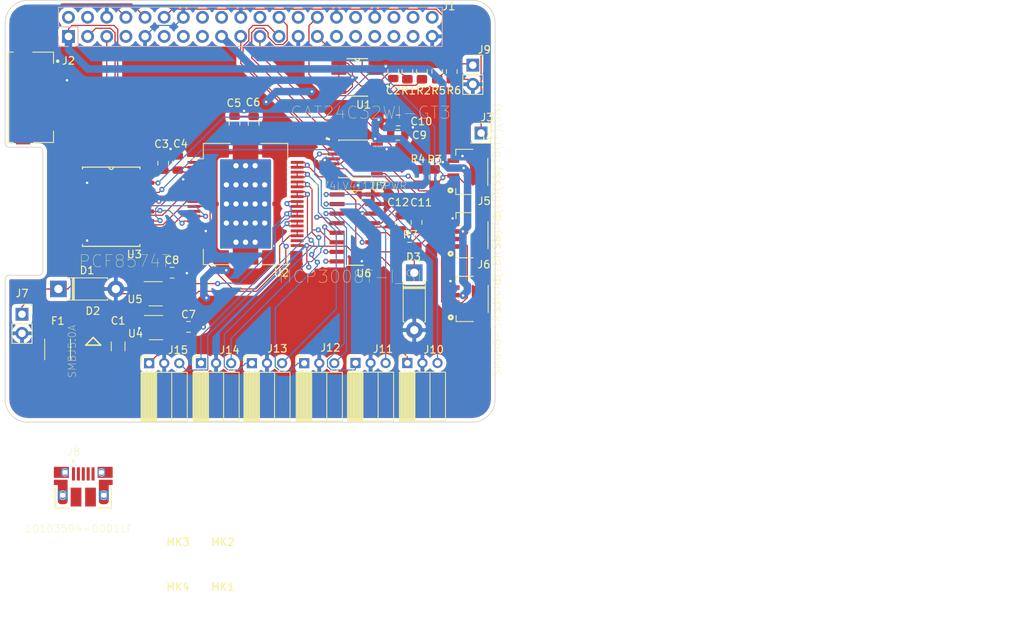
<source format=kicad_pcb>
(kicad_pcb (version 20171130) (host pcbnew 5.0.2+dfsg1-1)
  (title_block (date "15 nov 2012"))
  (layers (0 F.Cu signal) (31 B.Cu signal) (34 B.Paste user) (35 F.Paste user) (36 B.SilkS user) (37 F.SilkS user) (38 B.Mask user) (39 F.Mask user) (44 Edge.Cuts user))
  (net 0 "")
  (net 1 +5V)
  (net 2 GND)
  (net 3 /Analog_Sensors/D0)
  (net 4 /Analog_Sensors/D1)
  (net 5 /Analog_Sensors/D2)
  (net 6 /Analog_Sensors/D3)
  (net 7 /Analog_Sensors/D4)
  (net 8 /Analog_Sensors/D5)
  (net 9 /Analog_Sensors/D6)
  (net 10 /Analog_Sensors/D7)
  (net 11 SCL)
  (net 12 SDA)
  (net 13 +3V3)
  (net 14 "/GPIO10(SPI0_MOSI)")
  (net 15 /ADC_Subsystem/MOSI_5)
  (net 16 "/GPIO11(SPI0_SCK)")
  (net 17 /ADC_Subsystem/SCK_5)
  (net 18 /ADC_Subsystem/~CE~_5)
  (net 19 "/GPIO8(SPI0_CE_N)")
  (net 20 "Net-(J6-PadS2)")
  (net 21 "Net-(J6-PadS1)")
  (net 22 "Net-(J5-PadS1)")
  (net 23 "Net-(J5-PadS2)")
  (net 24 "Net-(J4-PadS2)")
  (net 25 "Net-(J4-PadS1)")
  (net 26 "Net-(J2-PadSH1)")
  (net 27 "Net-(J2-PadSH2)")
  (net 28 RXD0)
  (net 29 TXD0)
  (net 30 "Net-(J2-Pad5)")
  (net 31 "Net-(J2-Pad6)")
  (net 32 /ID_SC_EEPROM)
  (net 33 "Net-(R7-Pad1)")
  (net 34 ID_SD_EEPROM)
  (net 35 "Net-(U2-Pad1)")
  (net 36 "Net-(U2-Pad14)")
  (net 37 "Net-(U2-Pad16)")
  (net 38 "Net-(U2-Pad17)")
  (net 39 "Net-(U2-Pad18)")
  (net 40 "Net-(U2-Pad20)")
  (net 41 /Analog_Sensors/Vswitch6)
  (net 42 /Analog_Sensors/Vswitch5)
  (net 43 /Analog_Sensors/Vswitch4)
  (net 44 /Analog_Sensors/Vswitch3)
  (net 45 /Analog_Sensors/Vswitch2)
  (net 46 /Analog_Sensors/Vswitch1)
  (net 47 /Analog_Sensors/Vswitch0)
  (net 48 "Net-(F1-Pad2)")
  (net 49 "Net-(J1-Pad2)")
  (net 50 "Net-(J1-Pad4)")
  (net 51 "/GPIO4(GCLK)")
  (net 52 GPS_PPS)
  (net 53 "/GPIO23(GEN4)")
  (net 54 "/GPIO24(GEN5)")
  (net 55 "/GPIO25(GEN6)")
  (net 56 "/GPIO7(SPI1_CE_N)")
  (net 57 "/GPIO12(PWM0)")
  (net 58 "/GPIO13(PWM1)")
  (net 59 "/GPIO19(SPI1_MISO)")
  (net 60 /GPIO16)
  (net 61 "/GPIO20(SPI1_MOSI)")
  (net 62 "/GPIO21(SPI1_SCK)")
  (net 63 /ADC0)
  (net 64 /ADC1)
  (net 65 /ADC2)
  (net 66 /ADC3)
  (net 67 /ADC4)
  (net 68 /ADC5)
  (net 69 /ADC6)
  (net 70 /ADC7)
  (net 71 "Net-(U7-Pad11)")
  (net 72 "Net-(U7-Pad12)")
  (net 73 "Net-(J9-Pad1)")
  (net 74 "Net-(U5-Pad4)")
  (net 75 /Analog_Sensors/1V4)
  (net 76 /Vfan)
  (net 77 /Analog_Sensors/5V_1V4_0V)
  (net 78 "Net-(J8-Pad2)")
  (net 79 "Net-(J8-Pad3)")
  (net 80 "Net-(J8-Pad4)")
  (net 81 "Net-(J8-PadS1)")
  (net 82 "Net-(J8-PadS2)")
  (net 83 "/GPIO9(SPI0_MISO)")
  (net 84 "/GPIO17(GEN0)")
  (net 85 "/GPIO27(GEN2)")
  (net 86 "/GPIO22(GEN3)")
  (net 87 /GPIO5)
  (net 88 /GPIO6)
  (net 89 /GPIO26)
  (module Package_SO:HSOP-36-1EP_11.0x15.9mm_P0.65mm_SlugDown_ThermalVias (layer F.Cu) (at 231.893608 121.033284)
    (fp_text reference U2 (at 4.758592 9.129316) (layer F.SilkS))
    (fp_text value ISO1H811G)
    (pad 37 smd rect (at 0 0) (size 6.78 11.86) (layers B.Cu) (net 1 +5V))
    (pad 37 thru_hole circle (at -1.27 -5.08) (size 1 1) (drill 0.7) (layers *.Cu) (net 1 +5V))
    (pad 37 thru_hole circle (at 0 -5.08) (size 1 1) (drill 0.7) (layers *.Cu) (net 1 +5V))
    (pad 37 thru_hole circle (at 1.27 -5.08) (size 1 1) (drill 0.7) (layers *.Cu) (net 1 +5V))
    (pad 37 thru_hole circle (at -2.54 -2.54) (size 1 1) (drill 0.7) (layers *.Cu) (net 1 +5V))
    (pad 37 thru_hole circle (at -1.27 -2.54) (size 1 1) (drill 0.7) (layers *.Cu) (net 1 +5V))
    (pad 37 thru_hole circle (at 0 -2.54) (size 1 1) (drill 0.7) (layers *.Cu) (net 1 +5V))
    (pad 37 thru_hole circle (at 1.27 -2.54) (size 1 1) (drill 0.7) (layers *.Cu) (net 1 +5V))
    (pad 37 thru_hole circle (at 2.54 -2.54) (size 1 1) (drill 0.7) (layers *.Cu) (net 1 +5V))
    (pad 37 thru_hole circle (at -2.54 0) (size 1 1) (drill 0.7) (layers *.Cu) (net 1 +5V))
    (pad 37 thru_hole circle (at -1.27 0) (size 1 1) (drill 0.7) (layers *.Cu) (net 1 +5V))
    (pad 37 thru_hole circle (at 0 0) (size 1 1) (drill 0.7) (layers *.Cu) (net 1 +5V))
    (pad 37 thru_hole circle (at 1.27 0) (size 1 1) (drill 0.7) (layers *.Cu) (net 1 +5V))
    (pad 37 thru_hole circle (at 2.54 0) (size 1 1) (drill 0.7) (layers *.Cu) (net 1 +5V))
    (pad 37 thru_hole circle (at -2.54 2.54) (size 1 1) (drill 0.7) (layers *.Cu) (net 1 +5V))
    (pad 37 thru_hole circle (at -1.27 2.54) (size 1 1) (drill 0.7) (layers *.Cu) (net 1 +5V))
    (pad 37 thru_hole circle (at 0 2.54) (size 1 1) (drill 0.7) (layers *.Cu) (net 1 +5V))
    (pad 37 thru_hole circle (at 1.27 2.54) (size 1 1) (drill 0.7) (layers *.Cu) (net 1 +5V))
    (pad 37 thru_hole circle (at 2.54 2.54) (size 1 1) (drill 0.7) (layers *.Cu) (net 1 +5V))
    (pad 37 thru_hole circle (at -1.27 5.08) (size 1 1) (drill 0.7) (layers *.Cu) (net 1 +5V))
    (pad 37 thru_hole circle (at 0 5.08) (size 1 1) (drill 0.7) (layers *.Cu) (net 1 +5V))
    (pad 37 thru_hole circle (at 1.27 5.08) (size 1 1) (drill 0.7) (layers *.Cu) (net 1 +5V))
    (pad 37 smd rect (at 0 6.8425) (size 3.4 2.415) (layers F.Cu F.Paste F.Mask) (net 1 +5V))
    (pad 37 smd rect (at 0 -6.8425) (size 3.4 2.415) (layers F.Cu F.Paste F.Mask) (net 1 +5V))
    (pad 37 smd rect (at 0 0) (size 6.4 11.27) (layers F.Cu F.Paste F.Mask) (net 1 +5V))
    (pad 36 smd rect (at 6.85 -5.525) (size 1.7 0.38) (layers F.Cu F.Paste F.Mask) (net 47 /Analog_Sensors/Vswitch0))
    (pad 35 smd rect (at 6.85 -4.875) (size 1.7 0.38) (layers F.Cu F.Paste F.Mask) (net 47 /Analog_Sensors/Vswitch0))
    (pad 34 smd rect (at 6.85 -4.225) (size 1.7 0.38) (layers F.Cu F.Paste F.Mask) (net 46 /Analog_Sensors/Vswitch1))
    (pad 33 smd rect (at 6.85 -3.575) (size 1.7 0.38) (layers F.Cu F.Paste F.Mask) (net 46 /Analog_Sensors/Vswitch1))
    (pad 32 smd rect (at 6.85 -2.925) (size 1.7 0.38) (layers F.Cu F.Paste F.Mask) (net 45 /Analog_Sensors/Vswitch2))
    (pad 31 smd rect (at 6.85 -2.275) (size 1.7 0.38) (layers F.Cu F.Paste F.Mask) (net 45 /Analog_Sensors/Vswitch2))
    (pad 30 smd rect (at 6.85 -1.625) (size 1.7 0.38) (layers F.Cu F.Paste F.Mask) (net 44 /Analog_Sensors/Vswitch3))
    (pad 29 smd rect (at 6.85 -0.975) (size 1.7 0.38) (layers F.Cu F.Paste F.Mask) (net 44 /Analog_Sensors/Vswitch3))
    (pad 28 smd rect (at 6.85 -0.325) (size 1.7 0.38) (layers F.Cu F.Paste F.Mask) (net 43 /Analog_Sensors/Vswitch4))
    (pad 27 smd rect (at 6.85 0.325) (size 1.7 0.38) (layers F.Cu F.Paste F.Mask) (net 43 /Analog_Sensors/Vswitch4))
    (pad 26 smd rect (at 6.85 0.975) (size 1.7 0.38) (layers F.Cu F.Paste F.Mask) (net 42 /Analog_Sensors/Vswitch5))
    (pad 25 smd rect (at 6.85 1.625) (size 1.7 0.38) (layers F.Cu F.Paste F.Mask) (net 42 /Analog_Sensors/Vswitch5))
    (pad 24 smd rect (at 6.85 2.275) (size 1.7 0.38) (layers F.Cu F.Paste F.Mask) (net 41 /Analog_Sensors/Vswitch6))
    (pad 23 smd rect (at 6.85 2.925) (size 1.7 0.38) (layers F.Cu F.Paste F.Mask) (net 41 /Analog_Sensors/Vswitch6))
    (pad 22 smd rect (at 6.85 3.575) (size 1.7 0.38) (layers F.Cu F.Paste F.Mask) (net 76 /Vfan))
    (pad 21 smd rect (at 6.85 4.225) (size 1.7 0.38) (layers F.Cu F.Paste F.Mask) (net 76 /Vfan))
    (pad 20 smd rect (at 6.85 4.875) (size 1.7 0.38) (layers F.Cu F.Paste F.Mask) (net 40 "Net-(U2-Pad20)"))
    (pad 18 smd rect (at -6.85 5.525) (size 1.7 0.38) (layers F.Cu F.Paste F.Mask) (net 39 "Net-(U2-Pad18)"))
    (pad 17 smd rect (at -6.85 4.875) (size 1.7 0.38) (layers F.Cu F.Paste F.Mask) (net 38 "Net-(U2-Pad17)"))
    (pad 16 smd rect (at -6.85 4.225) (size 1.7 0.38) (layers F.Cu F.Paste F.Mask) (net 37 "Net-(U2-Pad16)"))
    (pad 15 smd rect (at -6.85 3.575) (size 1.7 0.38) (layers F.Cu F.Paste F.Mask) (net 2 GND))
    (pad 14 smd rect (at -6.85 2.925) (size 1.7 0.38) (layers F.Cu F.Paste F.Mask) (net 36 "Net-(U2-Pad14)"))
    (pad 13 smd rect (at -6.85 2.275) (size 1.7 0.38) (layers F.Cu F.Paste F.Mask) (net 10 /Analog_Sensors/D7))
    (pad 12 smd rect (at -6.85 1.625) (size 1.7 0.38) (layers F.Cu F.Paste F.Mask) (net 9 /Analog_Sensors/D6))
    (pad 11 smd rect (at -6.85 0.975) (size 1.7 0.38) (layers F.Cu F.Paste F.Mask) (net 8 /Analog_Sensors/D5))
    (pad 10 smd rect (at -6.85 0.325) (size 1.7 0.38) (layers F.Cu F.Paste F.Mask) (net 7 /Analog_Sensors/D4))
    (pad 9 smd rect (at -6.85 -0.325) (size 1.7 0.38) (layers F.Cu F.Paste F.Mask) (net 6 /Analog_Sensors/D3))
    (pad 8 smd rect (at -6.85 -0.975) (size 1.7 0.38) (layers F.Cu F.Paste F.Mask) (net 5 /Analog_Sensors/D2))
    (pad 7 smd rect (at -6.85 -1.625) (size 1.7 0.38) (layers F.Cu F.Paste F.Mask) (net 4 /Analog_Sensors/D1))
    (pad 6 smd rect (at -6.85 -2.275) (size 1.7 0.38) (layers F.Cu F.Paste F.Mask) (net 3 /Analog_Sensors/D0))
    (pad 5 smd rect (at -6.85 -2.925) (size 1.7 0.38) (layers F.Cu F.Paste F.Mask) (net 2 GND))
    (pad 4 smd rect (at -6.85 -3.575) (size 1.7 0.38) (layers F.Cu F.Paste F.Mask) (net 2 GND))
    (pad 3 smd rect (at -6.85 -4.225) (size 1.7 0.38) (layers F.Cu F.Paste F.Mask) (net 13 +3V3))
    (pad 2 smd rect (at -6.85 -4.875) (size 1.7 0.38) (layers F.Cu F.Paste F.Mask) (net 13 +3V3))
    (pad 19 smd rect (at 6.85 5.525) (size 1.7 0.38) (layers F.Cu F.Paste F.Mask) (net 2 GND))
    (pad 1 smd rect (at -6.85 -5.525) (size 1.7 0.38) (layers F.Cu F.Paste F.Mask) (net 35 "Net-(U2-Pad1)"))
  )
  (module SN74LV4T125PWR:SOP65P640X120-14N (layer F.Cu) (at 246.4566 115.0496)
    (fp_text reference U7 (at 3.0988 3.7084) (layer F.SilkS))
    (fp_text value SN74LV4T125PWR (at 0.22515 3.5823) (layer F.SilkS) (effects (font (size 1.00065 1.00065) (thickness 0.05))))
    (pad 1 smd rect (at -2.87 -1.95) (size 1.57 0.41) (layers F.Cu F.Paste F.Mask) (net 2 GND))
    (pad 2 smd rect (at -2.87 -1.3) (size 1.57 0.41) (layers F.Cu F.Paste F.Mask) (net 14 "/GPIO10(SPI0_MOSI)"))
    (pad 3 smd rect (at -2.87 -0.65) (size 1.57 0.41) (layers F.Cu F.Paste F.Mask) (net 15 /ADC_Subsystem/MOSI_5))
    (pad 4 smd rect (at -2.87 0) (size 1.57 0.41) (layers F.Cu F.Paste F.Mask) (net 2 GND))
    (pad 5 smd rect (at -2.87 0.65) (size 1.57 0.41) (layers F.Cu F.Paste F.Mask) (net 16 "/GPIO11(SPI0_SCK)"))
    (pad 6 smd rect (at -2.87 1.3) (size 1.57 0.41) (layers F.Cu F.Paste F.Mask) (net 17 /ADC_Subsystem/SCK_5))
    (pad 7 smd rect (at -2.87 1.95) (size 1.57 0.41) (layers F.Cu F.Paste F.Mask) (net 2 GND))
    (pad 8 smd rect (at 2.87 1.95) (size 1.57 0.41) (layers F.Cu F.Paste F.Mask) (net 18 /ADC_Subsystem/~CE~_5))
    (pad 9 smd rect (at 2.87 1.3) (size 1.57 0.41) (layers F.Cu F.Paste F.Mask) (net 19 "/GPIO8(SPI0_CE_N)"))
    (pad 10 smd rect (at 2.87 0.65) (size 1.57 0.41) (layers F.Cu F.Paste F.Mask) (net 2 GND))
    (pad 11 smd rect (at 2.87 0) (size 1.57 0.41) (layers F.Cu F.Paste F.Mask) (net 71 "Net-(U7-Pad11)"))
    (pad 12 smd rect (at 2.87 -0.65) (size 1.57 0.41) (layers F.Cu F.Paste F.Mask) (net 72 "Net-(U7-Pad12)"))
    (pad 13 smd rect (at 2.87 -1.3) (size 1.57 0.41) (layers F.Cu F.Paste F.Mask) (net 2 GND))
    (pad 14 smd rect (at 2.87 -1.95) (size 1.57 0.41) (layers F.Cu F.Paste F.Mask) (net 1 +5V))
  )
  (module 10103594-0001LF:FCI_10103594-0001LF (layer F.Cu) (at 210.3632 159.7028)
    (fp_text reference J8 (at -1.26121 -5.75073) (layer F.SilkS) (effects (font (thickness 0.05))))
    (fp_text value 10103594-0001LF (at -0.60067 4.45778) (layer F.SilkS) (effects (font (thickness 0.05))))
    (fp_poly (pts (xy -1.9 -3.555) (xy -1.9 -3.76) (xy -3.9 -3.76) (xy -3.9 -2.3) (xy -1.9 -2.3) (xy -1.9 -2.505) (xy -2.9 -2.505) (xy -2.9 -3.555)) (layer F.Cu) (width 0.0001))
    (fp_arc (start -2.425 -2.83) (end -2.75 -2.83) (angle -180) (layer Edge.Cuts) (width 0.1))
    (fp_line (start -2.75 -2.83) (end -2.75 -3.23) (layer Edge.Cuts) (width 0.1))
    (fp_arc (start -2.425 -3.23) (end -2.1 -3.23) (angle -180) (layer Edge.Cuts) (width 0.1))
    (fp_line (start -2.1 -3.23) (end -2.1 -2.83) (layer Edge.Cuts) (width 0.1))
    (fp_poly (pts (xy 1.9 -3.555) (xy 1.9 -3.76) (xy 3.9 -3.76) (xy 3.9 -2.3) (xy 1.9 -2.3) (xy 1.9 -2.505) (xy 2.9 -2.505) (xy 2.9 -3.555)) (layer F.Cu) (width 0.0001))
    (fp_arc (start 2.425 -2.83) (end 2.75 -2.83) (angle 180) (layer Edge.Cuts) (width 0.1))
    (fp_line (start 2.75 -2.83) (end 2.75 -3.23) (layer Edge.Cuts) (width 0.1))
    (fp_arc (start 2.425 -3.23) (end 2.1 -3.23) (angle 180) (layer Edge.Cuts) (width 0.1))
    (fp_line (start 2.1 -3.23) (end 2.1 -2.83) (layer Edge.Cuts) (width 0.1))
    (fp_arc (start -2.725 -0.25) (end -3.075 -0.25) (angle 180) (layer Edge.Cuts) (width 0.1))
    (fp_line (start -3.075 -0.25) (end -3.075 0.25) (layer Edge.Cuts) (width 0.1))
    (fp_arc (start -2.725 0.25) (end -2.375 0.25) (angle 180) (layer Edge.Cuts) (width 0.1))
    (fp_line (start -2.375 0.25) (end -2.375 -0.25) (layer Edge.Cuts) (width 0.1))
    (fp_poly (pts (xy -3.9 -2.05) (xy -3.9 -1.35) (xy -3.375 -1.35) (xy -3.375 -0.6) (xy -2.075 -0.6) (xy -2.075 -2.05)) (layer F.Cu) (width 0.0001))
    (fp_poly (pts (xy -3.375 0.7) (xy -3.375 0.6) (xy -2.075 0.6) (xy -2.075 0.7) (xy -2.07325 0.712451) (xy -2.07123 0.735508) (xy -2.07042 0.758639) (xy -2.07083 0.781781) (xy -2.07244 0.80487) (xy -2.07526 0.827843) (xy -2.07928 0.850637) (xy -2.08449 0.873189) (xy -2.09087 0.895437) (xy -2.0984 0.917322) (xy -2.10707 0.938782) (xy -2.11685 0.959759) (xy -2.12772 0.980195) (xy -2.13964 1.00003) (xy -2.15258 1.01922) (xy -2.16651 1.03771) (xy -2.18139 1.05544) (xy -2.19718 1.07237) (xy -2.21382 1.08844) (xy -2.23129 1.10363) (xy -2.24953 1.11788) (xy -2.26849 1.13115) (xy -2.28812 1.14342) (xy -2.30836 1.15464) (xy -2.32916 1.16479) (xy -2.35047 1.17383) (xy -2.37222 1.18175) (xy -2.39435 1.18851) (xy -2.41681 1.19411) (xy -2.43953 1.19853) (xy -2.45 1.2) (xy -2.95 1.2) (xy -2.96504 1.19869) (xy -2.98911 1.19531) (xy -3.01296 1.19067) (xy -3.03654 1.1848) (xy -3.05978 1.17769) (xy -3.08262 1.16938) (xy -3.10499 1.15988) (xy -3.12683 1.14923) (xy -3.14809 1.13745) (xy -3.16869 1.12457) (xy -3.1886 1.11063) (xy -3.20775 1.09567) (xy -3.22609 1.07973) (xy -3.24357 1.06285) (xy -3.26015 1.04507) (xy -3.27577 1.02646) (xy -3.29039 1.00705) (xy -3.30398 0.986904) (xy -3.3165 0.966074) (xy -3.32791 0.944617) (xy -3.33818 0.922593) (xy -3.34728 0.900061) (xy -3.35519 0.877083) (xy -3.36189 0.853723) (xy -3.36736 0.830045) (xy -3.37158 0.806112) (xy -3.37454 0.781992) (xy -3.37623 0.75775) (xy -3.37666 0.733452) (xy -3.37581 0.709165)) (layer F.Cu) (width 0.0001))
    (fp_arc (start 2.725 -0.25) (end 3.075 -0.25) (angle -180) (layer Edge.Cuts) (width 0.1))
    (fp_line (start 3.075 -0.25) (end 3.075 0.25) (layer Edge.Cuts) (width 0.1))
    (fp_arc (start 2.725 0.25) (end 2.375 0.25) (angle -180) (layer Edge.Cuts) (width 0.1))
    (fp_line (start 2.375 0.25) (end 2.375 -0.25) (layer Edge.Cuts) (width 0.1))
    (fp_poly (pts (xy 3.9 -2.05) (xy 3.9 -1.35) (xy 3.375 -1.35) (xy 3.375 -0.6) (xy 2.075 -0.6) (xy 2.075 -2.05)) (layer F.Cu) (width 0.0001))
    (fp_poly (pts (xy 3.375 0.7) (xy 3.375 0.6) (xy 2.075 0.6) (xy 2.075 0.7) (xy 2.07325 0.712451) (xy 2.07123 0.735508) (xy 2.07042 0.758639) (xy 2.07083 0.781781) (xy 2.07244 0.80487) (xy 2.07526 0.827843) (xy 2.07928 0.850637) (xy 2.08449 0.873189) (xy 2.09087 0.895437) (xy 2.0984 0.917322) (xy 2.10707 0.938782) (xy 2.11685 0.959759) (xy 2.12772 0.980195) (xy 2.13964 1.00003) (xy 2.15258 1.01922) (xy 2.16651 1.03771) (xy 2.18139 1.05544) (xy 2.19718 1.07237) (xy 2.21382 1.08844) (xy 2.23129 1.10363) (xy 2.24953 1.11788) (xy 2.26849 1.13115) (xy 2.28812 1.14342) (xy 2.30836 1.15464) (xy 2.32916 1.16479) (xy 2.35047 1.17383) (xy 2.37222 1.18175) (xy 2.39435 1.18851) (xy 2.41681 1.19411) (xy 2.43953 1.19853) (xy 2.45 1.2) (xy 2.95 1.2) (xy 2.96504 1.19869) (xy 2.98911 1.19531) (xy 3.01296 1.19067) (xy 3.03654 1.1848) (xy 3.05978 1.17769) (xy 3.08262 1.16938) (xy 3.10499 1.15988) (xy 3.12683 1.14923) (xy 3.14809 1.13745) (xy 3.16869 1.12457) (xy 3.1886 1.11063) (xy 3.20775 1.09567) (xy 3.22609 1.07973) (xy 3.24357 1.06285) (xy 3.26015 1.04507) (xy 3.27577 1.02646) (xy 3.29039 1.00705) (xy 3.30398 0.986904) (xy 3.3165 0.966074) (xy 3.32791 0.944617) (xy 3.33818 0.922593) (xy 3.34728 0.900061) (xy 3.35519 0.877083) (xy 3.36189 0.853723) (xy 3.36736 0.830045) (xy 3.37158 0.806112) (xy 3.37454 0.781992) (xy 3.37623 0.75775) (xy 3.37666 0.733452) (xy 3.37581 0.709165)) (layer F.Cu) (width 0.0001))
    (fp_text user PCB~END (at 4.3 1.57) (layer Edge.Cuts) (effects (font (thickness 0.05))))
    (pad 1 smd rect (at -1.3 -2.825 90) (size 1.75 0.4) (layers F.Cu F.Paste F.Mask) (net 48 "Net-(F1-Pad2)"))
    (pad 2 smd rect (at -0.65 -2.825 90) (size 1.75 0.4) (layers F.Cu F.Paste F.Mask) (net 78 "Net-(J8-Pad2)"))
    (pad 3 smd rect (at 0 -2.825 90) (size 1.75 0.4) (layers F.Cu F.Paste F.Mask) (net 79 "Net-(J8-Pad3)"))
    (pad 4 smd rect (at 0.65 -2.825 90) (size 1.75 0.4) (layers F.Cu F.Paste F.Mask) (net 80 "Net-(J8-Pad4)"))
    (pad 5 smd rect (at 1.3 -2.825 90) (size 1.75 0.4) (layers F.Cu F.Paste F.Mask) (net 2 GND))
    (pad S1 smd rect (at -0.9625 0.25 180) (size 1.425 2.5) (layers F.Cu F.Paste F.Mask) (net 81 "Net-(J8-PadS1)"))
    (pad S2 smd rect (at 0.9625 0.25) (size 1.425 2.5) (layers F.Cu F.Paste F.Mask) (net 82 "Net-(J8-PadS2)"))
    (pad S3 thru_hole rect (at -2.425 -3.03) (size 1.05 1.05) (drill 0.65) (layers *.Cu *.Mask) (net 2 GND))
    (pad S4 thru_hole rect (at 2.425 -3.03 180) (size 1.05 1.05) (drill 0.65) (layers *.Cu *.Mask) (net 2 GND))
    (pad S5 thru_hole rect (at -2.725 0 90) (size 1.3 1.3) (drill 0.7) (layers *.Cu *.Mask) (net 2 GND))
    (pad S6 thru_hole rect (at 2.725 0 90) (size 1.3 1.3) (drill 0.7) (layers *.Cu *.Mask) (net 2 GND))
  )
  (module MountingHole:MountingHole_2.7mm_M2.5 (layer F.Cu) (at 228.887401 175.587401)
    (fp_text reference MK1 (at 0 -3.7) (layer F.SilkS))
    (fp_text value M2.5)
    (pad 1 np_thru_hole circle (at 0 0) (size 2.7 2.7) (drill 2.7) (layers *.Cu *.Mask))
  )
  (module MountingHole:MountingHole_2.7mm_M2.5 (layer F.Cu) (at 228.887401 169.637401)
    (fp_text reference MK2 (at 0 -3.7) (layer F.SilkS))
    (fp_text value M2.5)
    (pad 1 np_thru_hole circle (at 0 0) (size 2.7 2.7) (drill 2.7) (layers *.Cu *.Mask))
  )
  (module MountingHole:MountingHole_2.7mm_M2.5 (layer F.Cu) (at 222.937401 175.587401)
    (fp_text reference MK4 (at 0 -3.7) (layer F.SilkS))
    (fp_text value M2.5)
    (pad 1 np_thru_hole circle (at 0 0) (size 2.7 2.7) (drill 2.7) (layers *.Cu *.Mask))
  )
  (module MountingHole:MountingHole_2.7mm_M2.5 (layer F.Cu) (at 222.937401 169.637401)
    (fp_text reference MK3 (at 0 -3.7) (layer F.SilkS))
    (fp_text value M2.5)
    (pad 1 np_thru_hole circle (at 0 0) (size 2.7 2.7) (drill 2.7) (layers *.Cu *.Mask))
  )
  (module Diode_THT:D_DO-41_SOD81_P7.62mm_Horizontal (layer F.Cu) (at 207.0612 132.3216)
    (fp_text reference D1 (at 3.81 -2.47) (layer F.SilkS))
    (fp_text value D_Zener)
    (fp_text user "" (at 0 -2.1) (layer F.SilkS))
    (pad 1 thru_hole rect (at 0 0) (size 2.2 2.2) (drill 1.1) (layers *.Cu *.Mask) (net 76 /Vfan))
    (pad 2 thru_hole oval (at 7.62 0) (size 2.2 2.2) (drill 1.1) (layers *.Cu *.Mask) (net 2 GND))
  )
  (module Package_TO_SOT_SMD:SOT-23-6 (layer F.Cu) (at 220.0152 137.4524)
    (fp_text reference U4 (at -2.7178 0.7874) (layer F.SilkS))
    (fp_text value SN74LVC1G3157)
    (pad 1 smd rect (at -1.1 -0.95) (size 1.06 0.65) (layers F.Cu F.Paste F.Mask) (net 75 /Analog_Sensors/1V4))
    (pad 2 smd rect (at -1.1 0) (size 1.06 0.65) (layers F.Cu F.Paste F.Mask) (net 2 GND))
    (pad 3 smd rect (at -1.1 0.95) (size 1.06 0.65) (layers F.Cu F.Paste F.Mask) (net 42 /Analog_Sensors/Vswitch5))
    (pad 4 smd rect (at 1.1 0.95) (size 1.06 0.65) (layers F.Cu F.Paste F.Mask) (net 77 /Analog_Sensors/5V_1V4_0V))
    (pad 6 smd rect (at 1.1 -0.95) (size 1.06 0.65) (layers F.Cu F.Paste F.Mask) (net 41 /Analog_Sensors/Vswitch6))
    (pad 5 smd rect (at 1.1 0) (size 1.06 0.65) (layers F.Cu F.Paste F.Mask) (net 1 +5V))
  )
  (module Capacitor_SMD:C_0805_2012Metric (layer F.Cu) (at 254.5846 123.4824 270)
    (fp_text reference C11 (at -2.6416 -0.6096) (layer F.SilkS))
    (fp_text value 10uF)
    (pad 2 smd roundrect (at 0.9375 0 270) (size 0.975 1.4) (layers F.Cu F.Paste F.Mask) (net 2 GND))
    (pad 1 smd roundrect (at -0.9375 0 270) (size 0.975 1.4) (layers F.Cu F.Paste F.Mask) (net 1 +5V))
  )
  (module Capacitor_SMD:C_0805_2012Metric (layer F.Cu) (at 252.4764 123.5355 270)
    (fp_text reference C12 (at -2.7201 0.3302) (layer F.SilkS))
    (fp_text value 100nF)
    (pad 1 smd roundrect (at -0.9375 0 270) (size 0.975 1.4) (layers F.Cu F.Paste F.Mask) (net 1 +5V))
    (pad 2 smd roundrect (at 0.9375 0 270) (size 0.975 1.4) (layers F.Cu F.Paste F.Mask) (net 2 GND))
  )
  (module Connector_PinSocket_2.54mm:PinSocket_1x02_P2.54mm_Vertical (layer F.Cu) (at 202.2352 135.6744)
    (fp_text reference J7 (at 0 -2.77) (layer F.SilkS))
    (fp_text value Conn_01x02_Female)
    (pad 2 thru_hole oval (at 0 2.54) (size 1.7 1.7) (drill 1) (layers *.Cu *.Mask) (net 2 GND))
    (pad 1 thru_hole rect (at 0 0) (size 1.7 1.7) (drill 1) (layers *.Cu *.Mask) (net 76 /Vfan))
  )
  (module Connector_PinSocket_2.54mm:PinSocket_1x02_P2.54mm_Vertical (layer F.Cu) (at 262.0522 102.6036)
    (fp_text reference J9 (at 1.524 -2.0574) (layer F.SilkS))
    (fp_text value Conn_01x02_Male)
    (pad 1 thru_hole rect (at 0 0) (size 1.7 1.7) (drill 1) (layers *.Cu *.Mask) (net 73 "Net-(J9-Pad1)"))
    (pad 2 thru_hole oval (at 0 2.54) (size 1.7 1.7) (drill 1) (layers *.Cu *.Mask) (net 2 GND))
  )
  (module Diode_THT:D_DO-41_SOD81_P7.62mm_Horizontal (layer F.Cu) (at 254.2798 130.1626 270)
    (fp_text reference D3 (at -2.0828 0.1016) (layer F.SilkS))
    (fp_text value 1N4728A_3.3V_100uA)
    (fp_text user "" (at 3.0226 3.048 270) (layer F.SilkS))
    (pad 1 thru_hole rect (at 0 0 270) (size 2.2 2.2) (drill 1.1) (layers *.Cu *.Mask) (net 83 "/GPIO9(SPI0_MISO)"))
    (pad 2 thru_hole oval (at 7.62 0 270) (size 2.2 2.2) (drill 1.1) (layers *.Cu *.Mask) (net 2 GND))
  )
  (module MCP3008T-I_SL:SOIC127P600X175-16N (layer F.Cu) (at 246.4058 124.219)
    (fp_text reference U6 (at 1.1938 6.0198) (layer F.SilkS))
    (fp_text value MCP3008T-I_SL (at -0.33136 6.4741) (layer F.SilkS) (effects (font (size 1.64572 1.64572) (thickness 0.05))))
    (pad 1 smd rect (at -2.3622 -4.445) (size 1.9812 0.5588) (layers F.Cu F.Paste F.Mask) (net 63 /ADC0))
    (pad 2 smd rect (at -2.3622 -3.175) (size 1.9812 0.5588) (layers F.Cu F.Paste F.Mask) (net 64 /ADC1))
    (pad 3 smd rect (at -2.3622 -1.905) (size 1.9812 0.5588) (layers F.Cu F.Paste F.Mask) (net 65 /ADC2))
    (pad 4 smd rect (at -2.3622 -0.635) (size 1.9812 0.5588) (layers F.Cu F.Paste F.Mask) (net 66 /ADC3))
    (pad 5 smd rect (at -2.3622 0.635) (size 1.9812 0.5588) (layers F.Cu F.Paste F.Mask) (net 67 /ADC4))
    (pad 6 smd rect (at -2.3622 1.905) (size 1.9812 0.5588) (layers F.Cu F.Paste F.Mask) (net 68 /ADC5))
    (pad 7 smd rect (at -2.3622 3.175) (size 1.9812 0.5588) (layers F.Cu F.Paste F.Mask) (net 69 /ADC6))
    (pad 8 smd rect (at -2.3622 4.445) (size 1.9812 0.5588) (layers F.Cu F.Paste F.Mask) (net 70 /ADC7))
    (pad 9 smd rect (at 2.3622 4.445) (size 1.9812 0.5588) (layers F.Cu F.Paste F.Mask) (net 2 GND))
    (pad 10 smd rect (at 2.3622 3.175) (size 1.9812 0.5588) (layers F.Cu F.Paste F.Mask) (net 18 /ADC_Subsystem/~CE~_5))
    (pad 11 smd rect (at 2.3622 1.905) (size 1.9812 0.5588) (layers F.Cu F.Paste F.Mask) (net 15 /ADC_Subsystem/MOSI_5))
    (pad 12 smd rect (at 2.3622 0.635) (size 1.9812 0.5588) (layers F.Cu F.Paste F.Mask) (net 33 "Net-(R7-Pad1)"))
    (pad 13 smd rect (at 2.3622 -0.635) (size 1.9812 0.5588) (layers F.Cu F.Paste F.Mask) (net 17 /ADC_Subsystem/SCK_5))
    (pad 14 smd rect (at 2.3622 -1.905) (size 1.9812 0.5588) (layers F.Cu F.Paste F.Mask) (net 2 GND))
    (pad 15 smd rect (at 2.3622 -3.175) (size 1.9812 0.5588) (layers F.Cu F.Paste F.Mask) (net 1 +5V))
    (pad 16 smd rect (at 2.3622 -4.445) (size 1.9812 0.5588) (layers F.Cu F.Paste F.Mask) (net 1 +5V))
  )
  (module Package_TO_SOT_SMD:SOT-23-5 (layer F.Cu) (at 219.9644 132.9566)
    (fp_text reference U5 (at -2.7432 0.7366) (layer F.SilkS))
    (fp_text value NCP699)
    (pad 1 smd rect (at -1.1 -0.95) (size 1.06 0.65) (layers F.Cu F.Paste F.Mask) (net 1 +5V))
    (pad 2 smd rect (at -1.1 0) (size 1.06 0.65) (layers F.Cu F.Paste F.Mask) (net 2 GND))
    (pad 3 smd rect (at -1.1 0.95) (size 1.06 0.65) (layers F.Cu F.Paste F.Mask) (net 1 +5V))
    (pad 4 smd rect (at 1.1 0.95) (size 1.06 0.65) (layers F.Cu F.Paste F.Mask) (net 74 "Net-(U5-Pad4)"))
    (pad 5 smd rect (at 1.1 -0.95) (size 1.06 0.65) (layers F.Cu F.Paste F.Mask) (net 75 /Analog_Sensors/1V4))
  )
  (module zephyrus-iaq:SMBJ5.0A (layer F.Cu) (at 211.684 139.586 270)
    (fp_text reference D2 (at -4.3434 0.0508) (layer F.SilkS))
    (fp_text value SMBJ5.0A (at 1.01794 2.7993 270) (layer F.SilkS) (effects (font (size 1.0019 1.0019) (thickness 0.05))))
    (pad 1 smd rect (at -2.2 0 270) (size 2.4 2.4) (layers F.Cu F.Paste F.Mask) (net 1 +5V))
    (pad 2 smd rect (at 2.2 0 270) (size 2.4 2.4) (layers F.Cu F.Paste F.Mask) (net 2 GND))
  )
  (module CAT24C32WI-GT3:SOIC127P600X175-8N (layer F.Cu) (at 246.736 104.2292)
    (fp_text reference U1 (at 0.8382 3.6322) (layer F.SilkS))
    (fp_text value CAT24C32WI-GT3 (at 1.75563 4.68168) (layer F.SilkS) (effects (font (size 1.64283 1.64283) (thickness 0.05))))
    (pad 1 smd rect (at -2.4638 -1.905) (size 1.9812 0.5588) (layers F.Cu F.Paste F.Mask) (net 2 GND))
    (pad 2 smd rect (at -2.4638 -0.635) (size 1.9812 0.5588) (layers F.Cu F.Paste F.Mask) (net 2 GND))
    (pad 3 smd rect (at -2.4638 0.635) (size 1.9812 0.5588) (layers F.Cu F.Paste F.Mask) (net 2 GND))
    (pad 4 smd rect (at -2.4638 1.905) (size 1.9812 0.5588) (layers F.Cu F.Paste F.Mask) (net 2 GND))
    (pad 5 smd rect (at 2.4638 1.905) (size 1.9812 0.5588) (layers F.Cu F.Paste F.Mask) (net 32 /ID_SC_EEPROM))
    (pad 6 smd rect (at 2.4638 0.635) (size 1.9812 0.5588) (layers F.Cu F.Paste F.Mask) (net 34 ID_SD_EEPROM))
    (pad 7 smd rect (at 2.4638 -0.635) (size 1.9812 0.5588) (layers F.Cu F.Paste F.Mask) (net 73 "Net-(J9-Pad1)"))
    (pad 8 smd rect (at 2.4638 -1.905) (size 1.9812 0.5588) (layers F.Cu F.Paste F.Mask) (net 13 +3V3))
  )
  (module Capacitor_SMD:C_0805_2012Metric (layer F.Cu) (at 220.971608 115.620784 90)
    (fp_text reference C3 (at 2.552384 -0.219808 180) (layer F.SilkS))
    (fp_text value 100nF)
    (pad 1 smd roundrect (at -0.9375 0 90) (size 0.975 1.4) (layers F.Cu F.Paste F.Mask) (net 13 +3V3))
    (pad 2 smd roundrect (at 0.9375 0 90) (size 0.975 1.4) (layers F.Cu F.Paste F.Mask) (net 2 GND))
  )
  (module Capacitor_SMD:C_0805_2012Metric (layer F.Cu) (at 222.902008 115.597684 90)
    (fp_text reference C4 (at 2.554684 0.364392 180) (layer F.SilkS))
    (fp_text value 100nF)
    (pad 2 smd roundrect (at 0.9375 0 90) (size 0.975 1.4) (layers F.Cu F.Paste F.Mask) (net 2 GND))
    (pad 1 smd roundrect (at -0.9375 0 90) (size 0.975 1.4) (layers F.Cu F.Paste F.Mask) (net 13 +3V3))
  )
  (module Capacitor_SMD:C_0805_2012Metric (layer F.Cu) (at 230.4292 110.3252 90)
    (fp_text reference C5 (at 2.6924 -0.0762 180) (layer F.SilkS))
    (fp_text value 100nF)
    (pad 1 smd roundrect (at -0.9375 0 90) (size 0.975 1.4) (layers F.Cu F.Paste F.Mask) (net 1 +5V))
    (pad 2 smd roundrect (at 0.9375 0 90) (size 0.975 1.4) (layers F.Cu F.Paste F.Mask) (net 2 GND))
  )
  (module Capacitor_SMD:C_0805_2012Metric (layer F.Cu) (at 232.9692 110.3529 90)
    (fp_text reference C6 (at 2.8217 -0.0762 180) (layer F.SilkS))
    (fp_text value 47uF)
    (pad 2 smd roundrect (at 0.9375 0 90) (size 0.975 1.4) (layers F.Cu F.Paste F.Mask) (net 2 GND))
    (pad 1 smd roundrect (at -0.9375 0 90) (size 0.975 1.4) (layers F.Cu F.Paste F.Mask) (net 1 +5V))
  )
  (module Capacitor_SMD:C_0805_2012Metric (layer F.Cu) (at 224.3309 137.3508)
    (fp_text reference C7 (at 0 -1.65) (layer F.SilkS))
    (fp_text value 1uF)
    (pad 1 smd roundrect (at -0.9375 0) (size 0.975 1.4) (layers F.Cu F.Paste F.Mask) (net 1 +5V))
    (pad 2 smd roundrect (at 0.9375 0) (size 0.975 1.4) (layers F.Cu F.Paste F.Mask) (net 2 GND))
  )
  (module Capacitor_SMD:C_0805_2012Metric (layer F.Cu) (at 222.1488 130.1626)
    (fp_text reference C8 (at -0.0254 -1.6764) (layer F.SilkS))
    (fp_text value 1uF)
    (pad 2 smd roundrect (at 0.9375 0) (size 0.975 1.4) (layers F.Cu F.Paste F.Mask) (net 2 GND))
    (pad 1 smd roundrect (at -0.9375 0) (size 0.975 1.4) (layers F.Cu F.Paste F.Mask) (net 75 /Analog_Sensors/1V4))
  )
  (module Capacitor_SMD:C_0805_2012Metric (layer F.Cu) (at 252.0954 111.8492)
    (fp_text reference C9 (at 2.8702 0.0508) (layer F.SilkS))
    (fp_text value 100nF)
    (pad 1 smd roundrect (at -0.9375 0) (size 0.975 1.4) (layers F.Cu F.Paste F.Mask) (net 1 +5V))
    (pad 2 smd roundrect (at 0.9375 0) (size 0.975 1.4) (layers F.Cu F.Paste F.Mask) (net 2 GND))
  )
  (module Capacitor_SMD:C_0805_2012Metric (layer F.Cu) (at 252.1485 109.9442)
    (fp_text reference C10 (at 3.0711 0.127) (layer F.SilkS))
    (fp_text value 10uF)
    (pad 2 smd roundrect (at 0.9375 0) (size 0.975 1.4) (layers F.Cu F.Paste F.Mask) (net 2 GND))
    (pad 1 smd roundrect (at -0.9375 0) (size 0.975 1.4) (layers F.Cu F.Paste F.Mask) (net 1 +5V))
  )
  (module Capacitor_SMD:C_0805_2012Metric (layer F.Cu) (at 251.4858 103.4395 270)
    (fp_text reference C2 (at 2.5377 0) (layer F.SilkS))
    (fp_text value 100nF)
    (pad 1 smd roundrect (at -0.9375 0 270) (size 0.975 1.4) (layers F.Cu F.Paste F.Mask) (net 13 +3V3))
    (pad 2 smd roundrect (at 0.9375 0 270) (size 0.975 1.4) (layers F.Cu F.Paste F.Mask) (net 2 GND))
  )
  (module Connector_PinSocket_2.00mm:PinSocket_1x03_P2.00mm_Horizontal (layer F.Cu) (at 219.1008 142.1768 90)
    (fp_text reference J15 (at 1.7526 3.8354 180) (layer F.SilkS))
    (fp_text value Conn_MQ_Gas)
    (pad 3 thru_hole oval (at 0 4 90) (size 1.35 1.35) (drill 0.8) (layers *.Cu *.Mask) (net 68 /ADC5))
    (pad 2 thru_hole oval (at 0 2 90) (size 1.35 1.35) (drill 0.8) (layers *.Cu *.Mask) (net 2 GND))
    (pad 1 thru_hole rect (at 0 0 90) (size 1.35 1.35) (drill 0.8) (layers *.Cu *.Mask) (net 77 /Analog_Sensors/5V_1V4_0V))
  )
  (module Connector_PinSocket_2.00mm:PinSocket_1x03_P2.00mm_Horizontal (layer F.Cu) (at 246.482 142.1514 90)
    (fp_text reference J11 (at 1.8542 3.6576 180) (layer F.SilkS))
    (fp_text value Conn_MQ_Gas)
    (pad 3 thru_hole oval (at 0 4 90) (size 1.35 1.35) (drill 0.8) (layers *.Cu *.Mask) (net 64 /ADC1))
    (pad 2 thru_hole oval (at 0 2 90) (size 1.35 1.35) (drill 0.8) (layers *.Cu *.Mask) (net 2 GND))
    (pad 1 thru_hole rect (at 0 0 90) (size 1.35 1.35) (drill 0.8) (layers *.Cu *.Mask) (net 46 /Analog_Sensors/Vswitch1))
  )
  (module Connector_PinSocket_2.00mm:PinSocket_1x03_P2.00mm_Horizontal (layer F.Cu) (at 239.6748 142.1768 90)
    (fp_text reference J12 (at 2.0574 3.4798 180) (layer F.SilkS))
    (fp_text value Conn_MQ_Gas)
    (pad 1 thru_hole rect (at 0 0 90) (size 1.35 1.35) (drill 0.8) (layers *.Cu *.Mask) (net 45 /Analog_Sensors/Vswitch2))
    (pad 2 thru_hole oval (at 0 2 90) (size 1.35 1.35) (drill 0.8) (layers *.Cu *.Mask) (net 2 GND))
    (pad 3 thru_hole oval (at 0 4 90) (size 1.35 1.35) (drill 0.8) (layers *.Cu *.Mask) (net 65 /ADC2))
  )
  (module Connector_PinSocket_2.00mm:PinSocket_1x03_P2.00mm_Horizontal (layer F.Cu) (at 232.7406 142.1768 90)
    (fp_text reference J13 (at 1.9304 3.3782 180) (layer F.SilkS))
    (fp_text value Conn_MQ_Gas)
    (pad 3 thru_hole oval (at 0 4 90) (size 1.35 1.35) (drill 0.8) (layers *.Cu *.Mask) (net 66 /ADC3))
    (pad 2 thru_hole oval (at 0 2 90) (size 1.35 1.35) (drill 0.8) (layers *.Cu *.Mask) (net 2 GND))
    (pad 1 thru_hole rect (at 0 0 90) (size 1.35 1.35) (drill 0.8) (layers *.Cu *.Mask) (net 44 /Analog_Sensors/Vswitch3))
  )
  (module Connector_PinSocket_2.00mm:PinSocket_1x03_P2.00mm_Horizontal (layer F.Cu) (at 225.9842 142.1768 90)
    (fp_text reference J14 (at 1.7526 3.7846 180) (layer F.SilkS))
    (fp_text value Conn_MQ_Gas)
    (pad 1 thru_hole rect (at 0 0 90) (size 1.35 1.35) (drill 0.8) (layers *.Cu *.Mask) (net 43 /Analog_Sensors/Vswitch4))
    (pad 2 thru_hole oval (at 0 2 90) (size 1.35 1.35) (drill 0.8) (layers *.Cu *.Mask) (net 2 GND))
    (pad 3 thru_hole oval (at 0 4 90) (size 1.35 1.35) (drill 0.8) (layers *.Cu *.Mask) (net 67 /ADC4))
  )
  (module Connector_PinSocket_2.00mm:PinSocket_1x03_P2.00mm_Horizontal (layer F.Cu) (at 253.3654 142.1514 90)
    (fp_text reference J10 (at 1.778 3.5052 180) (layer F.SilkS))
    (fp_text value Conn_MQ_Gas)
    (pad 1 thru_hole rect (at 0 0 90) (size 1.35 1.35) (drill 0.8) (layers *.Cu *.Mask) (net 47 /Analog_Sensors/Vswitch0))
    (pad 2 thru_hole oval (at 0 2 90) (size 1.35 1.35) (drill 0.8) (layers *.Cu *.Mask) (net 2 GND))
    (pad 3 thru_hole oval (at 0 4 90) (size 1.35 1.35) (drill 0.8) (layers *.Cu *.Mask) (net 63 /ADC0))
  )
  (module Connector_PinSocket_2.54mm:PinSocket_1x01_P2.54mm_Vertical (layer F.Cu) (at 263.1444 111.6206)
    (fp_text reference J3 (at 0.7874 -2.0828) (layer F.SilkS))
    (fp_text value Conn_01x01_Female)
    (pad 1 thru_hole rect (at 0 0) (size 1.7 1.7) (drill 1) (layers *.Cu *.Mask) (net 52 GPS_PPS))
  )
  (module Connector_PinSocket_2.54mm:PinSocket_2x20_P2.54mm_Vertical (layer B.Cu) (at 208.4 98.7848 270)
    (fp_text reference J1 (at -3.979 -50.4772 180) (layer F.SilkS))
    (fp_text value Conn_02x20_Odd_Even__Rpi)
    (pad 1 thru_hole rect (at 0 0 270) (size 1.7 1.7) (drill 1) (layers *.Cu *.Mask) (net 13 +3V3))
    (pad 2 thru_hole oval (at -2.54 0 270) (size 1.7 1.7) (drill 1) (layers *.Cu *.Mask) (net 49 "Net-(J1-Pad2)"))
    (pad 3 thru_hole oval (at 0 -2.54 270) (size 1.7 1.7) (drill 1) (layers *.Cu *.Mask) (net 12 SDA))
    (pad 4 thru_hole oval (at -2.54 -2.54 270) (size 1.7 1.7) (drill 1) (layers *.Cu *.Mask) (net 50 "Net-(J1-Pad4)"))
    (pad 5 thru_hole oval (at 0 -5.08 270) (size 1.7 1.7) (drill 1) (layers *.Cu *.Mask) (net 11 SCL))
    (pad 6 thru_hole oval (at -2.54 -5.08 270) (size 1.7 1.7) (drill 1) (layers *.Cu *.Mask) (net 2 GND))
    (pad 7 thru_hole oval (at 0 -7.62 270) (size 1.7 1.7) (drill 1) (layers *.Cu *.Mask) (net 51 "/GPIO4(GCLK)"))
    (pad 8 thru_hole oval (at -2.54 -7.62 270) (size 1.7 1.7) (drill 1) (layers *.Cu *.Mask) (net 29 TXD0))
    (pad 9 thru_hole oval (at 0 -10.16 270) (size 1.7 1.7) (drill 1) (layers *.Cu *.Mask) (net 2 GND))
    (pad 10 thru_hole oval (at -2.54 -10.16 270) (size 1.7 1.7) (drill 1) (layers *.Cu *.Mask) (net 28 RXD0))
    (pad 11 thru_hole oval (at 0 -12.7 270) (size 1.7 1.7) (drill 1) (layers *.Cu *.Mask) (net 84 "/GPIO17(GEN0)"))
    (pad 12 thru_hole oval (at -2.54 -12.7 270) (size 1.7 1.7) (drill 1) (layers *.Cu *.Mask) (net 52 GPS_PPS))
    (pad 13 thru_hole oval (at 0 -15.24 270) (size 1.7 1.7) (drill 1) (layers *.Cu *.Mask) (net 85 "/GPIO27(GEN2)"))
    (pad 14 thru_hole oval (at -2.54 -15.24 270) (size 1.7 1.7) (drill 1) (layers *.Cu *.Mask) (net 2 GND))
    (pad 15 thru_hole oval (at 0 -17.78 270) (size 1.7 1.7) (drill 1) (layers *.Cu *.Mask) (net 86 "/GPIO22(GEN3)"))
    (pad 16 thru_hole oval (at -2.54 -17.78 270) (size 1.7 1.7) (drill 1) (layers *.Cu *.Mask) (net 53 "/GPIO23(GEN4)"))
    (pad 17 thru_hole oval (at 0 -20.32 270) (size 1.7 1.7) (drill 1) (layers *.Cu *.Mask) (net 13 +3V3))
    (pad 18 thru_hole oval (at -2.54 -20.32 270) (size 1.7 1.7) (drill 1) (layers *.Cu *.Mask) (net 54 "/GPIO24(GEN5)"))
    (pad 19 thru_hole oval (at 0 -22.86 270) (size 1.7 1.7) (drill 1) (layers *.Cu *.Mask) (net 14 "/GPIO10(SPI0_MOSI)"))
    (pad 20 thru_hole oval (at -2.54 -22.86 270) (size 1.7 1.7) (drill 1) (layers *.Cu *.Mask) (net 2 GND))
    (pad 21 thru_hole oval (at 0 -25.4 270) (size 1.7 1.7) (drill 1) (layers *.Cu *.Mask) (net 83 "/GPIO9(SPI0_MISO)"))
    (pad 22 thru_hole oval (at -2.54 -25.4 270) (size 1.7 1.7) (drill 1) (layers *.Cu *.Mask) (net 55 "/GPIO25(GEN6)"))
    (pad 23 thru_hole oval (at 0 -27.94 270) (size 1.7 1.7) (drill 1) (layers *.Cu *.Mask) (net 16 "/GPIO11(SPI0_SCK)"))
    (pad 24 thru_hole oval (at -2.54 -27.94 270) (size 1.7 1.7) (drill 1) (layers *.Cu *.Mask) (net 19 "/GPIO8(SPI0_CE_N)"))
    (pad 25 thru_hole oval (at 0 -30.48 270) (size 1.7 1.7) (drill 1) (layers *.Cu *.Mask) (net 2 GND))
    (pad 26 thru_hole oval (at -2.54 -30.48 270) (size 1.7 1.7) (drill 1) (layers *.Cu *.Mask) (net 56 "/GPIO7(SPI1_CE_N)"))
    (pad 27 thru_hole oval (at 0 -33.02 270) (size 1.7 1.7) (drill 1) (layers *.Cu *.Mask) (net 34 ID_SD_EEPROM))
    (pad 28 thru_hole oval (at -2.54 -33.02 270) (size 1.7 1.7) (drill 1) (layers *.Cu *.Mask) (net 32 /ID_SC_EEPROM))
    (pad 29 thru_hole oval (at 0 -35.56 270) (size 1.7 1.7) (drill 1) (layers *.Cu *.Mask) (net 87 /GPIO5))
    (pad 30 thru_hole oval (at -2.54 -35.56 270) (size 1.7 1.7) (drill 1) (layers *.Cu *.Mask) (net 2 GND))
    (pad 31 thru_hole oval (at 0 -38.1 270) (size 1.7 1.7) (drill 1) (layers *.Cu *.Mask) (net 88 /GPIO6))
    (pad 32 thru_hole oval (at -2.54 -38.1 270) (size 1.7 1.7) (drill 1) (layers *.Cu *.Mask) (net 57 "/GPIO12(PWM0)"))
    (pad 33 thru_hole oval (at 0 -40.64 270) (size 1.7 1.7) (drill 1) (layers *.Cu *.Mask) (net 58 "/GPIO13(PWM1)"))
    (pad 34 thru_hole oval (at -2.54 -40.64 270) (size 1.7 1.7) (drill 1) (layers *.Cu *.Mask) (net 2 GND))
    (pad 35 thru_hole oval (at 0 -43.18 270) (size 1.7 1.7) (drill 1) (layers *.Cu *.Mask) (net 59 "/GPIO19(SPI1_MISO)"))
    (pad 36 thru_hole oval (at -2.54 -43.18 270) (size 1.7 1.7) (drill 1) (layers *.Cu *.Mask) (net 60 /GPIO16))
    (pad 37 thru_hole oval (at 0 -45.72 270) (size 1.7 1.7) (drill 1) (layers *.Cu *.Mask) (net 89 /GPIO26))
    (pad 38 thru_hole oval (at -2.54 -45.72 270) (size 1.7 1.7) (drill 1) (layers *.Cu *.Mask) (net 61 "/GPIO20(SPI1_MOSI)"))
    (pad 39 thru_hole oval (at 0 -48.26 270) (size 1.7 1.7) (drill 1) (layers *.Cu *.Mask) (net 2 GND))
    (pad 40 thru_hole oval (at -2.54 -48.26 270) (size 1.7 1.7) (drill 1) (layers *.Cu *.Mask) (net 62 "/GPIO21(SPI1_SCK)"))
  )
  (module Fuse:Fuse_1812_4532Metric (layer F.Cu) (at 206.9596 140.348 270)
    (fp_text reference F1 (at -3.7846 -0.0254) (layer F.SilkS))
    (fp_text value MF-MSMF250/X)
    (pad 1 smd roundrect (at -2.1375 0 270) (size 1.125 3.4) (layers F.Cu F.Paste F.Mask) (roundrect_rratio 0.222222) (net 1 +5V))
    (pad 2 smd roundrect (at 2.1375 0 270) (size 1.125 3.4) (layers F.Cu F.Paste F.Mask) (roundrect_rratio 0.222222) (net 48 "Net-(F1-Pad2)"))
  )
  (module Resistor_SMD:R_0805_2012Metric_Pad1.15x1.40mm_HandSolder (layer F.Cu) (at 254.8132 117.4716 270)
    (fp_text reference R4 (at -2.413 0.0508) (layer F.SilkS))
    (fp_text value 10k)
    (pad 1 smd roundrect (at -1.025 0 270) (size 1.15 1.4) (layers F.Cu F.Paste F.Mask) (roundrect_rratio 0.217391) (net 13 +3V3))
    (pad 2 smd roundrect (at 1.025 0 270) (size 1.15 1.4) (layers F.Cu F.Paste F.Mask) (roundrect_rratio 0.217391) (net 11 SCL))
  )
  (module Resistor_SMD:R_0805_2012Metric_Pad1.15x1.40mm_HandSolder (layer F.Cu) (at 256.9722 117.4716 270)
    (fp_text reference R3 (at -2.3532 -0.0254) (layer F.SilkS))
    (fp_text value 10k)
    (pad 2 smd roundrect (at 1.025 0 270) (size 1.15 1.4) (layers F.Cu F.Paste F.Mask) (roundrect_rratio 0.217391) (net 12 SDA))
    (pad 1 smd roundrect (at -1.025 0 270) (size 1.15 1.4) (layers F.Cu F.Paste F.Mask) (roundrect_rratio 0.217391) (net 13 +3V3))
  )
  (module Resistor_SMD:R_0805_2012Metric_Pad1.15x1.40mm_HandSolder (layer F.Cu) (at 259.2582 103.4508 90)
    (fp_text reference R6 (at -2.5056 0.2794 180) (layer F.SilkS))
    (fp_text value DNP)
    (pad 1 smd roundrect (at -1.025 0 90) (size 1.15 1.4) (layers F.Cu F.Paste F.Mask) (roundrect_rratio 0.217391) (net 2 GND))
    (pad 2 smd roundrect (at 1.025 0 90) (size 1.15 1.4) (layers F.Cu F.Paste F.Mask) (roundrect_rratio 0.217391) (net 73 "Net-(J9-Pad1)"))
  )
  (module Resistor_SMD:R_0805_2012Metric_Pad1.15x1.40mm_HandSolder (layer F.Cu) (at 253.3654 103.4508 270)
    (fp_text reference R1 (at 2.531 -0.1524) (layer F.SilkS))
    (fp_text value 3.9k)
    (pad 2 smd roundrect (at 1.025 0 270) (size 1.15 1.4) (layers F.Cu F.Paste F.Mask) (roundrect_rratio 0.217391) (net 34 ID_SD_EEPROM))
    (pad 1 smd roundrect (at -1.025 0 270) (size 1.15 1.4) (layers F.Cu F.Paste F.Mask) (roundrect_rratio 0.217391) (net 13 +3V3))
  )
  (module Resistor_SMD:R_0805_2012Metric_Pad1.15x1.40mm_HandSolder (layer F.Cu) (at 257.3278 103.4418 270)
    (fp_text reference R5 (at 2.54 -0.1778) (layer F.SilkS))
    (fp_text value 10k)
    (pad 1 smd roundrect (at -1.025 0 270) (size 1.15 1.4) (layers F.Cu F.Paste F.Mask) (roundrect_rratio 0.217391) (net 13 +3V3))
    (pad 2 smd roundrect (at 1.025 0 270) (size 1.15 1.4) (layers F.Cu F.Paste F.Mask) (roundrect_rratio 0.217391) (net 73 "Net-(J9-Pad1)"))
  )
  (module Resistor_SMD:R_0805_2012Metric_Pad1.15x1.40mm_HandSolder (layer F.Cu) (at 253.6538 126.8352)
    (fp_text reference R7 (at 0.0852 -1.7272) (layer F.SilkS))
    (fp_text value 270)
    (pad 2 smd roundrect (at 1.025 0) (size 1.15 1.4) (layers F.Cu F.Paste F.Mask) (roundrect_rratio 0.217391) (net 83 "/GPIO9(SPI0_MISO)"))
    (pad 1 smd roundrect (at -1.025 0) (size 1.15 1.4) (layers F.Cu F.Paste F.Mask) (roundrect_rratio 0.217391) (net 33 "Net-(R7-Pad1)"))
  )
  (module Resistor_SMD:R_0805_2012Metric_Pad1.15x1.40mm_HandSolder (layer F.Cu) (at 255.2958 103.4508 270)
    (fp_text reference R2 (at 2.531 -0.2286) (layer F.SilkS))
    (fp_text value 3.9k)
    (pad 1 smd roundrect (at -1.025 0 270) (size 1.15 1.4) (layers F.Cu F.Paste F.Mask) (roundrect_rratio 0.217391) (net 13 +3V3))
    (pad 2 smd roundrect (at 1.025 0 270) (size 1.15 1.4) (layers F.Cu F.Paste F.Mask) (roundrect_rratio 0.217391) (net 32 /ID_SC_EEPROM))
  )
  (module Resistor_SMD:R_1206_3216Metric_Pad1.42x1.75mm_HandSolder (layer F.Cu) (at 214.986 139.9416 270)
    (fp_text reference C1 (at -3.4036 0) (layer F.SilkS))
    (fp_text value 47uF)
    (pad 1 smd roundrect (at -1.4875 0 270) (size 1.425 1.75) (layers F.Cu F.Paste F.Mask) (roundrect_rratio 0.175439) (net 1 +5V))
    (pad 2 smd roundrect (at 1.4875 0 270) (size 1.425 1.75) (layers F.Cu F.Paste F.Mask) (roundrect_rratio 0.175439) (net 2 GND))
  )
  (module "S6B-ZR-SM4A-TF_LF__SN_:JST_S6B-ZR-SM4A-TF(LF)(SN)" (layer F.Cu) (at 205.969 106.8708 270)
    (fp_text reference J2 (at -4.8514 -2.4384) (layer F.SilkS))
    (fp_text value "" (at -2.82533 6.5658 270) (layer F.SilkS) (effects (font (size 1.00013 1.00013) (thickness 0.05))))
    (pad SH1 smd rect (at -5.7 3.6 270) (size 1.1 1.9) (layers F.Cu F.Paste F.Mask) (net 26 "Net-(J2-PadSH1)"))
    (pad SH2 smd rect (at 5.7 3.6 270) (size 1.1 1.9) (layers F.Cu F.Paste F.Mask) (net 27 "Net-(J2-PadSH2)"))
    (pad 1 smd rect (at -3.75 0 270) (size 0.7 2.5) (layers F.Cu F.Paste F.Mask) (net 1 +5V))
    (pad 2 smd rect (at -2.25 0 270) (size 0.7 2.5) (layers F.Cu F.Paste F.Mask) (net 2 GND))
    (pad 3 smd rect (at -0.75 0 270) (size 0.7 2.5) (layers F.Cu F.Paste F.Mask) (net 28 RXD0))
    (pad 4 smd rect (at 0.75 0 270) (size 0.7 2.5) (layers F.Cu F.Paste F.Mask) (net 29 TXD0))
    (pad 5 smd rect (at 2.25 0 270) (size 0.7 2.5) (layers F.Cu F.Paste F.Mask) (net 30 "Net-(J2-Pad5)"))
    (pad 6 smd rect (at 3.75 0 270) (size 0.7 2.5) (layers F.Cu F.Paste F.Mask) (net 31 "Net-(J2-Pad6)"))
  )
  (module "SM04B-SRSS-TB_LF__SN_:JST_SM04B-SRSS-TB(LF)(SN)" (layer F.Cu) (at 259.4614 116.7768 90)
    (fp_text reference J4 (at 4.572 4.3688 180) (layer F.SilkS))
    (fp_text value "SM04B-SRSS-TB(LF)(SN)" (at -0.53681 5.74055 90) (layer F.SilkS) (effects (font (size 1.00057 1.00057) (thickness 0.05))))
    (pad S2 smd rect (at 2.8 3.875 270) (size 1.2 1.8) (layers F.Cu F.Paste F.Mask) (net 24 "Net-(J4-PadS2)"))
    (pad S1 smd rect (at -2.8 3.875 270) (size 1.2 1.8) (layers F.Cu F.Paste F.Mask) (net 25 "Net-(J4-PadS1)"))
    (pad 1 smd rect (at -1.5 0 90) (size 0.6 1.55) (layers F.Cu F.Paste F.Mask) (net 11 SCL))
    (pad 2 smd rect (at -0.5 0 90) (size 0.6 1.55) (layers F.Cu F.Paste F.Mask) (net 12 SDA))
    (pad 3 smd rect (at 0.5 0 90) (size 0.6 1.55) (layers F.Cu F.Paste F.Mask) (net 13 +3V3))
    (pad 4 smd rect (at 1.5 0 90) (size 0.6 1.55) (layers F.Cu F.Paste F.Mask) (net 2 GND))
  )
  (module "SM04B-SRSS-TB_LF__SN_:JST_SM04B-SRSS-TB(LF)(SN)" (layer F.Cu) (at 259.4868 125.1842 90)
    (fp_text reference J5 (at 4.5406 4.0782 180) (layer F.SilkS))
    (fp_text value "SM04B-SRSS-TB(LF)(SN)" (at -0.53681 5.74055 90) (layer F.SilkS) (effects (font (size 1.00057 1.00057) (thickness 0.05))))
    (pad 4 smd rect (at 1.5 0 90) (size 0.6 1.55) (layers F.Cu F.Paste F.Mask) (net 2 GND))
    (pad 3 smd rect (at 0.5 0 90) (size 0.6 1.55) (layers F.Cu F.Paste F.Mask) (net 13 +3V3))
    (pad 2 smd rect (at -0.5 0 90) (size 0.6 1.55) (layers F.Cu F.Paste F.Mask) (net 12 SDA))
    (pad 1 smd rect (at -1.5 0 90) (size 0.6 1.55) (layers F.Cu F.Paste F.Mask) (net 11 SCL))
    (pad S1 smd rect (at -2.8 3.875 270) (size 1.2 1.8) (layers F.Cu F.Paste F.Mask) (net 22 "Net-(J5-PadS1)"))
    (pad S2 smd rect (at 2.8 3.875 270) (size 1.2 1.8) (layers F.Cu F.Paste F.Mask) (net 23 "Net-(J5-PadS2)"))
  )
  (module "SM04B-SRSS-TB_LF__SN_:JST_SM04B-SRSS-TB(LF)(SN)" (layer F.Cu) (at 259.5122 133.6424 90)
    (fp_text reference J6 (at 4.572 4.0132 180) (layer F.SilkS))
    (fp_text value "SM04B-SRSS-TB(LF)(SN)" (at -0.53681 5.74055 90) (layer F.SilkS) (effects (font (size 1.00057 1.00057) (thickness 0.05))))
    (pad S2 smd rect (at 2.8 3.875 270) (size 1.2 1.8) (layers F.Cu F.Paste F.Mask) (net 20 "Net-(J6-PadS2)"))
    (pad S1 smd rect (at -2.8 3.875 270) (size 1.2 1.8) (layers F.Cu F.Paste F.Mask) (net 21 "Net-(J6-PadS1)"))
    (pad 1 smd rect (at -1.5 0 90) (size 0.6 1.55) (layers F.Cu F.Paste F.Mask) (net 11 SCL))
    (pad 2 smd rect (at -0.5 0 90) (size 0.6 1.55) (layers F.Cu F.Paste F.Mask) (net 12 SDA))
    (pad 3 smd rect (at 0.5 0 90) (size 0.6 1.55) (layers F.Cu F.Paste F.Mask) (net 13 +3V3))
    (pad 4 smd rect (at 1.5 0 90) (size 0.6 1.55) (layers F.Cu F.Paste F.Mask) (net 2 GND))
  )
  (module zephyrus-iaq:SOIC127P1032X265-16N (layer F.Cu) (at 214.0716 121.3996)
    (fp_text reference U3 (at 3.0734 6.3246) (layer F.SilkS))
    (fp_text value PCF8574T (at 1.757 7.23167) (layer F.SilkS) (effects (font (size 1.64411 1.64411) (thickness 0.05))))
    (pad 1 smd rect (at -4.7752 -4.445) (size 1.8034 0.5334) (layers F.Cu F.Paste F.Mask) (net 2 GND))
    (pad 2 smd rect (at -4.7752 -3.175) (size 1.8034 0.5334) (layers F.Cu F.Paste F.Mask) (net 2 GND))
    (pad 3 smd rect (at -4.7752 -1.905) (size 1.8034 0.5334) (layers F.Cu F.Paste F.Mask) (net 2 GND))
    (pad 4 smd rect (at -4.7752 -0.635) (size 1.8034 0.5334) (layers F.Cu F.Paste F.Mask) (net 3 /Analog_Sensors/D0))
    (pad 5 smd rect (at -4.7752 0.635) (size 1.8034 0.5334) (layers F.Cu F.Paste F.Mask) (net 4 /Analog_Sensors/D1))
    (pad 6 smd rect (at -4.7752 1.905) (size 1.8034 0.5334) (layers F.Cu F.Paste F.Mask) (net 5 /Analog_Sensors/D2))
    (pad 7 smd rect (at -4.7752 3.175) (size 1.8034 0.5334) (layers F.Cu F.Paste F.Mask) (net 6 /Analog_Sensors/D3))
    (pad 8 smd rect (at -4.7752 4.445) (size 1.8034 0.5334) (layers F.Cu F.Paste F.Mask) (net 2 GND))
    (pad 9 smd rect (at 4.7752 4.445) (size 1.8034 0.5334) (layers F.Cu F.Paste F.Mask) (net 7 /Analog_Sensors/D4))
    (pad 10 smd rect (at 4.7752 3.175) (size 1.8034 0.5334) (layers F.Cu F.Paste F.Mask) (net 8 /Analog_Sensors/D5))
    (pad 11 smd rect (at 4.7752 1.905) (size 1.8034 0.5334) (layers F.Cu F.Paste F.Mask) (net 9 /Analog_Sensors/D6))
    (pad 12 smd rect (at 4.7752 0.635) (size 1.8034 0.5334) (layers F.Cu F.Paste F.Mask) (net 10 /Analog_Sensors/D7))
    (pad 13 smd rect (at 4.7752 -0.635) (size 1.8034 0.5334) (layers F.Cu F.Paste F.Mask) (net 2 GND))
    (pad 14 smd rect (at 4.7752 -1.905) (size 1.8034 0.5334) (layers F.Cu F.Paste F.Mask) (net 11 SCL))
    (pad 15 smd rect (at 4.7752 -3.175) (size 1.8034 0.5334) (layers F.Cu F.Paste F.Mask) (net 12 SDA))
    (pad 16 smd rect (at 4.7752 -4.445) (size 1.8034 0.5334) (layers F.Cu F.Paste F.Mask) (net 13 +3V3))
  )
  (gr_arc (start 204.5 114) (end 204.5 113.5) (angle 90) (layer Edge.Cuts) (width 0.1))
  (gr_line (start 204.5 113.5) (end 200.5 113.5) (layer Edge.Cuts) (width 0.1))
  (gr_arc (start 200.5 131) (end 200 131) (angle 89.9) (layer Edge.Cuts) (width 0.1))
  (gr_arc (start 204.5 130) (end 205 130) (angle 90) (layer Edge.Cuts) (width 0.1))
  (gr_arc (start 200.5 113) (end 200.5 113.5) (angle 90) (layer Edge.Cuts) (width 0.1))
  (gr_line (start 200 97) (end 200 113) (layer Edge.Cuts) (width 0.1))
  (gr_arc (start 262 97) (end 262 94) (angle 90) (layer Edge.Cuts) (width 0.1))
  (gr_arc (start 262 147) (end 265 147) (angle 90) (layer Edge.Cuts) (width 0.1))
  (gr_arc (start 203 147) (end 203 150) (angle 90) (layer Edge.Cuts) (width 0.1))
  (gr_arc (start 203 97) (end 200 97) (angle 90) (layer Edge.Cuts) (width 0.1))
  (gr_line (start 262 94) (end 203 94) (layer Edge.Cuts) (width 0.1))
  (gr_line (start 204.5 130.5) (end 200.5 130.5) (layer Edge.Cuts) (width 0.1))
  (gr_line (start 205 114) (end 205 130) (layer Edge.Cuts) (width 0.1))
  (gr_line (start 265 147) (end 265 97) (layer Edge.Cuts) (width 0.1))
  (gr_line (start 203 150) (end 262 150) (layer Edge.Cuts) (width 0.1))
  (gr_line (start 200 131) (end 200 147) (layer Edge.Cuts) (width 0.1))
  (segment (start 251.920163 123.154237) (end 252.4764 122.598) (width 0.1524) (layer F.Cu) (net 1))
  (segment (start 250.982399 124.092001) (end 251.920163 123.154237) (width 0.1524) (layer F.Cu) (net 1))
  (segment (start 246.824899 123.322381) (end 247.594519 124.092001) (width 0.1524) (layer F.Cu) (net 1))
  (segment (start 246.824899 121.844101) (end 246.824899 123.322381) (width 0.1524) (layer F.Cu) (net 1))
  (segment (start 247.625 121.044) (end 246.824899 121.844101) (width 0.1524) (layer F.Cu) (net 1))
  (segment (start 247.594519 124.092001) (end 250.982399 124.092001) (width 0.1524) (layer F.Cu) (net 1))
  (segment (start 248.768 121.044) (end 247.625 121.044) (width 0.1524) (layer F.Cu) (net 1))
  (via (at 249.5554 109.8426) (size 0.6858) (drill 0.3302) (layers F.Cu B.Cu) (net 1))
  (via (at 249.0982 112.3826) (size 0.6858) (drill 0.3302) (layers F.Cu B.Cu) (net 1))
  (segment (start 249.3266 112.611) (end 249.0982 112.3826) (width 0.1524) (layer F.Cu) (net 1))
  (segment (start 249.3266 113.0996) (end 249.3266 112.611) (width 0.1524) (layer F.Cu) (net 1))
  (segment (start 249.0982 110.2998) (end 249.5554 109.8426) (width 1) (layer B.Cu) (net 1))
  (segment (start 249.0982 112.3826) (end 249.0982 110.2998) (width 1) (layer B.Cu) (net 1))
  (segment (start 223.2918 137.4524) (end 223.3934 137.3508) (width 0.1524) (layer F.Cu) (net 1))
  (segment (start 221.1152 137.4524) (end 223.2918 137.4524) (width 0.1524) (layer F.Cu) (net 1))
  (via (at 246.8122 118.5548) (size 0.6858) (drill 0.3302) (layers F.Cu B.Cu) (net 1))
  (segment (start 250.553622 112.3826) (end 249.583133 112.3826) (width 1) (layer B.Cu) (net 1))
  (segment (start 249.583133 112.3826) (end 249.0982 112.3826) (width 0.1524) (layer B.Cu) (net 1))
  (segment (start 246.8122 118.5548) (end 254.592222 118.5548) (width 1) (layer B.Cu) (net 1))
  (segment (start 254.592222 118.5548) (end 255.3974 118.5548) (width 1) (layer B.Cu) (net 1))
  (segment (start 255.3974 118.5548) (end 255.9308 118.0214) (width 1) (layer B.Cu) (net 1))
  (segment (start 255.9308 118.0214) (end 255.9308 115.8116) (width 1) (layer B.Cu) (net 1))
  (segment (start 252.5018 112.3826) (end 250.553622 112.3826) (width 1) (layer B.Cu) (net 1))
  (segment (start 255.9308 115.8116) (end 252.5018 112.3826) (width 1) (layer B.Cu) (net 1))
  (via (at 229.337 129.8324) (size 0.6858) (drill 0.3302) (layers F.Cu B.Cu) (net 1))
  (via (at 226.7081 133.5027) (size 0.6858) (drill 0.3302) (layers F.Cu B.Cu) (net 1))
  (segment (start 231.893608 121.033284) (end 231.893608 114.190784) (width 0.1524) (layer F.Cu) (net 1))
  (segment (start 226.365201 133.159801) (end 226.365201 131.026199) (width 1) (layer B.Cu) (net 1))
  (segment (start 226.7081 133.5027) (end 226.365201 133.159801) (width 1) (layer B.Cu) (net 1))
  (segment (start 227.559 129.8324) (end 229.337 129.8324) (width 1) (layer B.Cu) (net 1))
  (segment (start 226.365201 131.026199) (end 227.559 129.8324) (width 1) (layer B.Cu) (net 1))
  (via (at 240.6908 106.1088) (size 0.6858) (drill 0.3302) (layers F.Cu B.Cu) (net 1))
  (via (at 234.6202 107.4804) (size 0.6858) (drill 0.3302) (layers F.Cu B.Cu) (net 1))
  (segment (start 235.9918 106.1088) (end 240.6908 106.1088) (width 1) (layer B.Cu) (net 1))
  (segment (start 234.6202 107.4804) (end 235.9918 106.1088) (width 1) (layer B.Cu) (net 1))
  (via (at 242.3926 115.202) (size 0.6858) (drill 0.3302) (layers F.Cu B.Cu) (net 2))
  (via (at 242.9514 112.4334) (size 0.6858) (drill 0.3302) (layers F.Cu B.Cu) (net 2))
  (via (at 254.102 110.8586) (size 0.6858) (drill 0.3302) (layers F.Cu B.Cu) (net 2))
  (via (at 246.0756 104.2546) (size 0.6858) (drill 0.3302) (layers F.Cu B.Cu) (net 2))
  (via (at 250.7238 105.3722) (size 0.6858) (drill 0.3302) (layers F.Cu B.Cu) (net 2))
  (via (at 231.6992 108.6742) (size 0.6858) (drill 0.3302) (layers F.Cu B.Cu) (net 2))
  (via (at 220.3962 120.6884) (size 0.6858) (drill 0.3302) (layers F.Cu B.Cu) (net 2))
  (via (at 221.9456 113.7288) (size 0.6858) (drill 0.3302) (layers F.Cu B.Cu) (net 2))
  (via (at 210.8712 125.8954) (size 0.6858) (drill 0.3302) (layers F.Cu B.Cu) (net 2))
  (via (at 210.8712 118.2246) (size 0.6858) (drill 0.3302) (layers F.Cu B.Cu) (net 2))
  (via (at 217.8054 137.5286) (size 0.6858) (drill 0.3302) (layers F.Cu B.Cu) (net 2))
  (via (at 208.2042 104.6102) (size 0.6858) (drill 0.3302) (layers F.Cu B.Cu) (net 2))
  (segment (start 208.1936 104.6208) (end 208.2042 104.6102) (width 0.1524) (layer F.Cu) (net 2))
  (segment (start 205.969 104.6208) (end 208.1936 104.6208) (width 0.1524) (layer F.Cu) (net 2))
  (segment (start 214.6291 141.786) (end 214.986 141.4291) (width 0.1524) (layer F.Cu) (net 2))
  (segment (start 211.684 141.786) (end 214.6291 141.786) (width 1) (layer F.Cu) (net 2))
  (segment (start 212.925 147.7188) (end 213.225 148.0188) (width 0.1524) (layer F.Cu) (net 2))
  (segment (start 212.925 144.9888) (end 212.925 147.7188) (width 0.1524) (layer F.Cu) (net 2))
  (segment (start 208.075 147.7188) (end 207.775 148.0188) (width 0.1524) (layer F.Cu) (net 2))
  (segment (start 208.075 144.9888) (end 208.075 147.7188) (width 0.1524) (layer F.Cu) (net 2))
  (segment (start 212.925 145.6662) (end 212.925 144.9888) (width 0.1524) (layer F.Cu) (net 2))
  (segment (start 212.293799 146.297401) (end 212.925 145.6662) (width 0.1524) (layer F.Cu) (net 2))
  (segment (start 208.706201 146.297401) (end 212.293799 146.297401) (width 0.1524) (layer F.Cu) (net 2))
  (segment (start 208.075 145.6662) (end 208.706201 146.297401) (width 0.1524) (layer F.Cu) (net 2))
  (segment (start 208.075 144.9888) (end 208.075 145.6662) (width 0.1524) (layer F.Cu) (net 2))
  (segment (start 212.72 145.1938) (end 212.925 144.9888) (width 0.1524) (layer F.Cu) (net 2))
  (segment (start 211.8 145.1938) (end 212.72 145.1938) (width 0.1524) (layer F.Cu) (net 2))
  (segment (start 211.8 141.902) (end 211.684 141.786) (width 0.1524) (layer F.Cu) (net 2))
  (segment (start 211.8 145.1938) (end 211.8 141.902) (width 0.1524) (layer F.Cu) (net 2))
  (segment (start 209.2964 119.4946) (end 209.2964 118.2246) (width 0.1524) (layer F.Cu) (net 2))
  (segment (start 209.2964 116.9546) (end 209.2964 118.2246) (width 0.1524) (layer F.Cu) (net 2))
  (segment (start 210.3505 118.2246) (end 210.8712 118.2246) (width 0.1524) (layer F.Cu) (net 2))
  (segment (start 209.2964 118.2246) (end 210.3505 118.2246) (width 0.1524) (layer F.Cu) (net 2))
  (segment (start 210.8204 125.8446) (end 210.8712 125.8954) (width 0.1524) (layer F.Cu) (net 2))
  (segment (start 209.2964 125.8446) (end 210.8204 125.8446) (width 0.1524) (layer F.Cu) (net 2))
  (via (at 226.6192 124.6254) (size 0.6858) (drill 0.3302) (layers F.Cu B.Cu) (net 2))
  (segment (start 220.32 120.7646) (end 220.3962 120.6884) (width 0.1524) (layer F.Cu) (net 2))
  (segment (start 218.8468 120.7646) (end 220.32 120.7646) (width 0.1524) (layer F.Cu) (net 2))
  (segment (start 221.926092 113.7288) (end 220.971608 114.683284) (width 0.1524) (layer F.Cu) (net 2))
  (segment (start 221.9456 113.7288) (end 221.926092 113.7288) (width 0.1524) (layer F.Cu) (net 2))
  (segment (start 221.970624 113.7288) (end 222.902008 114.660184) (width 0.1524) (layer F.Cu) (net 2))
  (segment (start 221.9456 113.7288) (end 221.970624 113.7288) (width 0.1524) (layer F.Cu) (net 2))
  (segment (start 222.878908 114.683284) (end 222.902008 114.660184) (width 0.1524) (layer F.Cu) (net 2))
  (segment (start 220.971608 114.683284) (end 222.878908 114.683284) (width 0.1524) (layer F.Cu) (net 2))
  (segment (start 225.043608 117.458284) (end 225.043608 118.108284) (width 0.1524) (layer F.Cu) (net 2))
  (via (at 223.622 117.7674) (size 0.6858) (drill 0.3302) (layers F.Cu B.Cu) (net 2))
  (segment (start 223.931116 117.458284) (end 223.622 117.7674) (width 0.1524) (layer F.Cu) (net 2))
  (segment (start 225.043608 117.458284) (end 223.931116 117.458284) (width 0.1524) (layer F.Cu) (net 2))
  (segment (start 223.962884 118.108284) (end 223.622 117.7674) (width 0.1524) (layer F.Cu) (net 2))
  (segment (start 225.043608 118.108284) (end 223.962884 118.108284) (width 0.1524) (layer F.Cu) (net 2))
  (segment (start 226.602084 124.608284) (end 226.6192 124.6254) (width 0.1524) (layer F.Cu) (net 2))
  (segment (start 225.043608 124.608284) (end 226.602084 124.608284) (width 0.1524) (layer F.Cu) (net 2))
  (segment (start 231.1427 108.6742) (end 231.6992 108.6742) (width 0.1524) (layer F.Cu) (net 2))
  (segment (start 230.4292 109.3877) (end 231.1427 108.6742) (width 0.1524) (layer F.Cu) (net 2))
  (segment (start 232.228 108.6742) (end 231.6992 108.6742) (width 0.1524) (layer F.Cu) (net 2))
  (segment (start 232.9692 109.4154) (end 232.228 108.6742) (width 0.1524) (layer F.Cu) (net 2))
  (segment (start 232.9415 109.3877) (end 232.9692 109.4154) (width 0.1524) (layer F.Cu) (net 2))
  (segment (start 230.4292 109.3877) (end 232.9415 109.3877) (width 0.1524) (layer F.Cu) (net 2))
  (segment (start 261.3844 104.4758) (end 262.0522 105.1436) (width 0.1524) (layer F.Cu) (net 2))
  (segment (start 259.2582 104.4758) (end 261.3844 104.4758) (width 0.1524) (layer F.Cu) (net 2))
  (segment (start 251.4858 104.6102) (end 250.7238 105.3722) (width 0.1524) (layer F.Cu) (net 2))
  (segment (start 251.4858 104.377) (end 251.4858 104.6102) (width 0.1524) (layer F.Cu) (net 2))
  (segment (start 246.0756 103.769667) (end 246.0756 104.2546) (width 0.1524) (layer F.Cu) (net 2))
  (segment (start 246.0756 102.9846) (end 246.0756 103.769667) (width 0.1524) (layer F.Cu) (net 2))
  (segment (start 245.4152 102.3242) (end 246.0756 102.9846) (width 0.1524) (layer F.Cu) (net 2))
  (segment (start 244.2722 102.3242) (end 245.4152 102.3242) (width 0.1524) (layer F.Cu) (net 2))
  (segment (start 246.0756 104.739533) (end 246.0756 104.2546) (width 0.1524) (layer F.Cu) (net 2))
  (segment (start 246.0756 105.4738) (end 246.0756 104.739533) (width 0.1524) (layer F.Cu) (net 2))
  (segment (start 245.4152 106.1342) (end 246.0756 105.4738) (width 0.1524) (layer F.Cu) (net 2))
  (segment (start 244.2722 106.1342) (end 245.4152 106.1342) (width 0.1524) (layer F.Cu) (net 2))
  (segment (start 245.466 104.8642) (end 246.0756 104.2546) (width 0.1524) (layer F.Cu) (net 2))
  (segment (start 244.2722 104.8642) (end 245.466 104.8642) (width 0.1524) (layer F.Cu) (net 2))
  (segment (start 245.4152 103.5942) (end 246.0756 104.2546) (width 0.1524) (layer F.Cu) (net 2))
  (segment (start 244.2722 103.5942) (end 245.4152 103.5942) (width 0.1524) (layer F.Cu) (net 2))
  (segment (start 244.2722 102.3242) (end 244.2722 103.5942) (width 0.1524) (layer F.Cu) (net 2))
  (segment (start 244.2722 103.5942) (end 244.2722 104.8642) (width 0.1524) (layer F.Cu) (net 2))
  (segment (start 244.2722 104.8642) (end 244.2722 106.1342) (width 0.1524) (layer F.Cu) (net 2))
  (segment (start 222.790001 97.094799) (end 223.64 96.2448) (width 0.1524) (layer B.Cu) (net 2))
  (segment (start 222.561399 97.323401) (end 222.790001 97.094799) (width 0.1524) (layer B.Cu) (net 2))
  (segment (start 220.021399 97.323401) (end 222.561399 97.323401) (width 0.1524) (layer B.Cu) (net 2))
  (segment (start 253.1114 111.8492) (end 254.102 110.8586) (width 0.1524) (layer F.Cu) (net 2))
  (segment (start 253.0329 111.8492) (end 253.1114 111.8492) (width 0.1524) (layer F.Cu) (net 2))
  (segment (start 253.1876 109.9442) (end 254.102 110.8586) (width 0.1524) (layer F.Cu) (net 2))
  (segment (start 253.086 109.9442) (end 253.1876 109.9442) (width 0.1524) (layer F.Cu) (net 2))
  (segment (start 253.0329 109.9973) (end 253.086 109.9442) (width 0.1524) (layer F.Cu) (net 2))
  (segment (start 253.0329 111.8492) (end 253.0329 109.9973) (width 0.1524) (layer F.Cu) (net 2))
  (via (at 250.6222 113.7542) (size 0.6858) (drill 0.3302) (layers F.Cu B.Cu) (net 2))
  (segment (start 250.6176 113.7496) (end 250.6222 113.7542) (width 0.1524) (layer F.Cu) (net 2))
  (segment (start 249.3266 113.7496) (end 250.6176 113.7496) (width 0.1524) (layer F.Cu) (net 2))
  (segment (start 254.5315 124.473) (end 254.5846 124.4199) (width 0.1524) (layer F.Cu) (net 2))
  (segment (start 252.4764 124.473) (end 254.5315 124.473) (width 0.1524) (layer F.Cu) (net 2))
  (via (at 253.5686 125.362) (size 0.6858) (drill 0.3302) (layers F.Cu B.Cu) (net 2))
  (segment (start 259.5136 123.711) (end 259.4868 123.6842) (width 0.1524) (layer F.Cu) (net 2))
  (segment (start 254.5107 124.4199) (end 253.5686 125.362) (width 0.1524) (layer F.Cu) (net 2))
  (segment (start 254.5846 124.4199) (end 254.5107 124.4199) (width 0.1524) (layer F.Cu) (net 2))
  (segment (start 252.6796 124.473) (end 253.5686 125.362) (width 0.1524) (layer F.Cu) (net 2))
  (segment (start 252.4764 124.473) (end 252.6796 124.473) (width 0.1524) (layer F.Cu) (net 2))
  (via (at 260.6806 114.6686) (size 0.6858) (drill 0.3302) (layers F.Cu B.Cu) (net 2))
  (segment (start 218.56 98.7848) (end 220.021399 97.323401) (width 0.1524) (layer B.Cu) (net 2))
  (via (at 247.3964 122.314) (size 0.6858) (drill 0.3302) (layers F.Cu B.Cu) (net 2))
  (via (at 240.0304 126.5558) (size 0.6858) (drill 0.3302) (layers F.Cu B.Cu) (net 2))
  (via (at 247.3202 128.6386) (size 0.6858) (drill 0.3302) (layers F.Cu B.Cu) (net 2))
  (segment (start 240.027916 126.558284) (end 240.0304 126.5558) (width 0.1524) (layer F.Cu) (net 2))
  (segment (start 238.743608 126.558284) (end 240.027916 126.558284) (width 0.1524) (layer F.Cu) (net 2))
  (segment (start 247.3456 128.664) (end 247.3202 128.6386) (width 0.1524) (layer F.Cu) (net 2))
  (segment (start 248.768 128.664) (end 247.3456 128.664) (width 0.1524) (layer F.Cu) (net 2))
  (segment (start 248.768 122.314) (end 247.3964 122.314) (width 0.1524) (layer F.Cu) (net 2))
  (segment (start 250.6222 114.239133) (end 250.6222 113.7542) (width 0.1524) (layer F.Cu) (net 2))
  (segment (start 250.6222 115.3414) (end 250.6222 114.239133) (width 0.1524) (layer F.Cu) (net 2))
  (segment (start 250.264 115.6996) (end 250.6222 115.3414) (width 0.1524) (layer F.Cu) (net 2))
  (segment (start 249.3266 115.6996) (end 250.264 115.6996) (width 0.1524) (layer F.Cu) (net 2))
  (segment (start 248.3892 113.7496) (end 249.3266 113.7496) (width 0.1524) (layer F.Cu) (net 2))
  (segment (start 248.312999 113.825801) (end 248.3892 113.7496) (width 0.1524) (layer F.Cu) (net 2))
  (segment (start 248.3892 115.6996) (end 248.312999 115.623399) (width 0.1524) (layer F.Cu) (net 2))
  (segment (start 248.312999 115.623399) (end 248.312999 113.825801) (width 0.1524) (layer F.Cu) (net 2))
  (segment (start 249.3266 115.6996) (end 248.3892 115.6996) (width 0.1524) (layer F.Cu) (net 2))
  (segment (start 240.515333 126.5558) (end 240.0304 126.5558) (width 0.1524) (layer F.Cu) (net 2))
  (segment (start 240.604234 126.644701) (end 240.515333 126.5558) (width 0.1524) (layer F.Cu) (net 2))
  (segment (start 245.326301 126.644701) (end 240.604234 126.644701) (width 0.1524) (layer F.Cu) (net 2))
  (segment (start 247.3202 128.6386) (end 245.326301 126.644701) (width 0.1524) (layer F.Cu) (net 2))
  (segment (start 243.5866 113.0686) (end 242.9514 112.4334) (width 0.1524) (layer F.Cu) (net 2))
  (segment (start 243.5866 113.0996) (end 243.5866 113.0686) (width 0.1524) (layer F.Cu) (net 2))
  (segment (start 242.545 115.0496) (end 242.3926 115.202) (width 0.1524) (layer F.Cu) (net 2))
  (segment (start 243.5866 115.0496) (end 242.545 115.0496) (width 0.1524) (layer F.Cu) (net 2))
  (segment (start 242.3926 115.686933) (end 242.3926 115.202) (width 0.1524) (layer F.Cu) (net 2))
  (segment (start 242.3926 116.743) (end 242.3926 115.686933) (width 0.1524) (layer F.Cu) (net 2))
  (segment (start 242.6492 116.9996) (end 242.3926 116.743) (width 0.1524) (layer F.Cu) (net 2))
  (segment (start 243.5866 116.9996) (end 242.6492 116.9996) (width 0.1524) (layer F.Cu) (net 2))
  (segment (start 244.524 113.0996) (end 243.5866 113.0996) (width 0.1524) (layer F.Cu) (net 2))
  (segment (start 244.600201 113.175801) (end 244.524 113.0996) (width 0.1524) (layer F.Cu) (net 2))
  (segment (start 244.338082 115.0496) (end 244.600201 114.787481) (width 0.1524) (layer F.Cu) (net 2))
  (segment (start 244.600201 114.787481) (end 244.600201 113.175801) (width 0.1524) (layer F.Cu) (net 2))
  (segment (start 243.5866 115.0496) (end 244.338082 115.0496) (width 0.1524) (layer F.Cu) (net 2))
  (via (at 259.3598 122.949) (size 0.6858) (drill 0.3302) (layers F.Cu B.Cu) (net 2))
  (via (at 259.0804 131.2802) (size 0.6858) (drill 0.3302) (layers F.Cu B.Cu) (net 2))
  (segment (start 259.5122 131.712) (end 259.0804 131.2802) (width 0.1524) (layer F.Cu) (net 2))
  (segment (start 259.5122 132.1424) (end 259.5122 131.712) (width 0.1524) (layer F.Cu) (net 2))
  (segment (start 259.4868 123.076) (end 259.3598 122.949) (width 0.1524) (layer F.Cu) (net 2))
  (segment (start 259.4868 123.6842) (end 259.4868 123.076) (width 0.1524) (layer F.Cu) (net 2))
  (segment (start 217.8816 137.4524) (end 217.8054 137.5286) (width 0.1524) (layer F.Cu) (net 2))
  (segment (start 218.9152 137.4524) (end 217.8816 137.4524) (width 0.1524) (layer F.Cu) (net 2))
  (segment (start 215.3162 132.9566) (end 214.6812 132.3216) (width 0.1524) (layer F.Cu) (net 2))
  (segment (start 218.8644 132.9566) (end 215.3162 132.9566) (width 0.1524) (layer F.Cu) (net 2))
  (via (at 224.1046 130.2134) (size 0.6858) (drill 0.3302) (layers F.Cu B.Cu) (net 2))
  (segment (start 224.0538 130.1626) (end 224.1046 130.2134) (width 0.1524) (layer F.Cu) (net 2))
  (segment (start 223.0863 130.1626) (end 224.0538 130.1626) (width 0.1524) (layer F.Cu) (net 2))
  (via (at 226.289 137.3762) (size 0.6858) (drill 0.3302) (layers F.Cu B.Cu) (net 2))
  (segment (start 226.2636 137.3508) (end 226.289 137.3762) (width 0.1524) (layer F.Cu) (net 2))
  (segment (start 225.2684 137.3508) (end 226.2636 137.3508) (width 0.1524) (layer F.Cu) (net 2))
  (via (at 240.2844 129.426) (size 0.6858) (drill 0.3302) (layers F.Cu B.Cu) (net 2))
  (segment (start 247.1932 105.3722) (end 246.0756 104.2546) (width 0.1524) (layer F.Cu) (net 2))
  (segment (start 250.7238 105.3722) (end 247.1932 105.3722) (width 0.1524) (layer F.Cu) (net 2))
  (segment (start 240.0304 128.687067) (end 240.0304 127.040733) (width 0.1524) (layer F.Cu) (net 2))
  (segment (start 240.0304 127.040733) (end 240.0304 126.5558) (width 0.1524) (layer F.Cu) (net 2))
  (segment (start 240.2844 128.941067) (end 240.0304 128.687067) (width 0.1524) (layer F.Cu) (net 2))
  (segment (start 240.2844 129.426) (end 240.2844 128.941067) (width 0.1524) (layer F.Cu) (net 2))
  (segment (start 260.0724 115.2768) (end 260.6806 114.6686) (width 0.1524) (layer F.Cu) (net 2))
  (segment (start 259.4614 115.2768) (end 260.0724 115.2768) (width 0.1524) (layer F.Cu) (net 2))
  (segment (start 211.125199 119.989901) (end 221.475699 119.989901) (width 0.1524) (layer F.Cu) (net 3))
  (segment (start 209.2964 120.7646) (end 210.3505 120.7646) (width 0.1524) (layer F.Cu) (net 3))
  (segment (start 210.3505 120.7646) (end 211.125199 119.989901) (width 0.1524) (layer F.Cu) (net 3))
  (segment (start 222.707316 118.758284) (end 225.043608 118.758284) (width 0.1524) (layer F.Cu) (net 3))
  (segment (start 221.475699 119.989901) (end 222.707316 118.758284) (width 0.1524) (layer F.Cu) (net 3))
  (segment (start 216.725899 121.259901) (end 220.637499 121.259901) (width 0.1524) (layer F.Cu) (net 4))
  (segment (start 209.2964 122.0346) (end 215.9512 122.0346) (width 0.1524) (layer F.Cu) (net 4))
  (segment (start 215.9512 122.0346) (end 216.725899 121.259901) (width 0.1524) (layer F.Cu) (net 4))
  (segment (start 222.489116 119.408284) (end 225.043608 119.408284) (width 0.1524) (layer F.Cu) (net 4))
  (segment (start 220.637499 121.259901) (end 222.489116 119.408284) (width 0.1524) (layer F.Cu) (net 4))
  (segment (start 210.706099 122.529901) (end 220.866099 122.529901) (width 0.1524) (layer F.Cu) (net 5))
  (segment (start 209.2964 123.3046) (end 209.9314 123.3046) (width 0.1524) (layer F.Cu) (net 5))
  (segment (start 209.9314 123.3046) (end 210.706099 122.529901) (width 0.1524) (layer F.Cu) (net 5))
  (segment (start 223.337716 120.058284) (end 225.043608 120.058284) (width 0.1524) (layer F.Cu) (net 5))
  (segment (start 220.866099 122.529901) (end 223.337716 120.058284) (width 0.1524) (layer F.Cu) (net 5))
  (segment (start 224.041208 120.708284) (end 225.043608 120.708284) (width 0.1524) (layer F.Cu) (net 6))
  (segment (start 220.949591 123.799901) (end 224.041208 120.708284) (width 0.1524) (layer F.Cu) (net 6))
  (segment (start 216.675099 123.799901) (end 220.949591 123.799901) (width 0.1524) (layer F.Cu) (net 6))
  (segment (start 215.9004 124.5746) (end 216.675099 123.799901) (width 0.1524) (layer F.Cu) (net 6))
  (segment (start 209.2964 124.5746) (end 215.9004 124.5746) (width 0.1524) (layer F.Cu) (net 6))
  (segment (start 218.8468 125.8446) (end 218.2118 125.8446) (width 0.1524) (layer F.Cu) (net 7))
  (segment (start 226.046008 121.358284) (end 225.043608 121.358284) (width 0.1524) (layer F.Cu) (net 7))
  (segment (start 226.076489 126.976885) (end 227.165301 125.888073) (width 0.1524) (layer F.Cu) (net 7))
  (segment (start 221.033185 126.976885) (end 226.076489 126.976885) (width 0.1524) (layer F.Cu) (net 7))
  (segment (start 219.9009 125.8446) (end 221.033185 126.976885) (width 0.1524) (layer F.Cu) (net 7))
  (segment (start 226.128306 121.358284) (end 226.046008 121.358284) (width 0.1524) (layer F.Cu) (net 7))
  (segment (start 218.8468 125.8446) (end 219.9009 125.8446) (width 0.1524) (layer F.Cu) (net 7))
  (segment (start 227.165301 125.888073) (end 227.165301 125.857299) (width 0.1524) (layer F.Cu) (net 7))
  (segment (start 227.190701 125.831899) (end 227.190701 121.945701) (width 0.1524) (layer F.Cu) (net 7))
  (segment (start 227.165301 125.857299) (end 227.190701 125.831899) (width 0.1524) (layer F.Cu) (net 7))
  (segment (start 226.603284 121.358284) (end 225.043608 121.358284) (width 0.1524) (layer F.Cu) (net 7))
  (segment (start 227.190701 121.945701) (end 226.603284 121.358284) (width 0.1524) (layer F.Cu) (net 7))
  (segment (start 221.474892 124.5746) (end 224.041208 122.008284) (width 0.1524) (layer F.Cu) (net 8))
  (segment (start 224.041208 122.008284) (end 225.043608 122.008284) (width 0.1524) (layer F.Cu) (net 8))
  (segment (start 218.8468 124.5746) (end 221.474892 124.5746) (width 0.1524) (layer F.Cu) (net 8))
  (via (at 226.5938 122.6696) (size 0.6858) (drill 0.3302) (layers F.Cu B.Cu) (net 9))
  (via (at 220.5486 123.2284) (size 0.6858) (drill 0.3302) (layers F.Cu B.Cu) (net 9))
  (segment (start 220.4724 123.3046) (end 220.5486 123.2284) (width 0.1524) (layer F.Cu) (net 9))
  (segment (start 218.8468 123.3046) (end 220.4724 123.3046) (width 0.1524) (layer F.Cu) (net 9))
  (segment (start 219.977099 121.633279) (end 220.337778 121.2726) (width 0.1524) (layer B.Cu) (net 9))
  (segment (start 220.5486 123.2284) (end 219.977099 122.656899) (width 0.1524) (layer B.Cu) (net 9))
  (segment (start 219.977099 122.656899) (end 219.977099 121.633279) (width 0.1524) (layer B.Cu) (net 9))
  (segment (start 225.1968 121.2726) (end 226.5938 122.6696) (width 0.1524) (layer B.Cu) (net 9))
  (segment (start 220.337778 121.2726) (end 225.1968 121.2726) (width 0.1524) (layer B.Cu) (net 9))
  (segment (start 225.054924 122.6696) (end 225.043608 122.658284) (width 0.1524) (layer F.Cu) (net 9))
  (segment (start 226.5938 122.6696) (end 225.054924 122.6696) (width 0.1524) (layer F.Cu) (net 9))
  (via (at 220.5486 121.9076) (size 0.6858) (drill 0.3302) (layers F.Cu B.Cu) (net 10))
  (via (at 223.4696 123.584) (size 0.6858) (drill 0.3302) (layers F.Cu B.Cu) (net 10))
  (segment (start 220.4216 122.0346) (end 220.5486 121.9076) (width 0.1524) (layer F.Cu) (net 10))
  (segment (start 218.8468 122.0346) (end 220.4216 122.0346) (width 0.1524) (layer F.Cu) (net 10))
  (segment (start 225.166924 123.4316) (end 225.043608 123.308284) (width 0.1524) (layer F.Cu) (net 10))
  (segment (start 223.745316 123.308284) (end 223.4696 123.584) (width 0.1524) (layer F.Cu) (net 10))
  (segment (start 225.043608 123.308284) (end 223.745316 123.308284) (width 0.1524) (layer F.Cu) (net 10))
  (segment (start 221.033533 121.9076) (end 220.5486 121.9076) (width 0.1524) (layer B.Cu) (net 10))
  (segment (start 221.7932 121.9076) (end 220.5486 121.9076) (width 0.1524) (layer B.Cu) (net 10))
  (segment (start 223.4696 123.584) (end 221.7932 121.9076) (width 0.1524) (layer B.Cu) (net 10))
  (via (at 253.467 117.3356) (size 0.6858) (drill 0.3302) (layers F.Cu B.Cu) (net 11))
  (via (at 220.8026 119.1136) (size 0.6858) (drill 0.3302) (layers F.Cu B.Cu) (net 11))
  (segment (start 213.48 99.986881) (end 213.48 98.7848) (width 0.1524) (layer F.Cu) (net 11))
  (segment (start 213.48 115.1819) (end 213.48 99.986881) (width 0.1524) (layer F.Cu) (net 11))
  (segment (start 217.7927 119.4946) (end 213.48 115.1819) (width 0.1524) (layer F.Cu) (net 11))
  (segment (start 218.8468 119.4946) (end 217.7927 119.4946) (width 0.1524) (layer F.Cu) (net 11))
  (segment (start 257.96299 119.30021) (end 258.9864 118.2768) (width 0.1524) (layer F.Cu) (net 11))
  (segment (start 254.94181 119.30021) (end 257.96299 119.30021) (width 0.1524) (layer F.Cu) (net 11))
  (segment (start 254.8132 119.1716) (end 254.94181 119.30021) (width 0.1524) (layer F.Cu) (net 11))
  (segment (start 258.9864 118.2768) (end 259.4614 118.2768) (width 0.1524) (layer F.Cu) (net 11))
  (segment (start 254.8132 118.4966) (end 254.8132 119.1716) (width 0.1524) (layer F.Cu) (net 11))
  (segment (start 257.96299 126.08779) (end 257.96299 119.30021) (width 0.1524) (layer F.Cu) (net 11))
  (segment (start 258.5594 126.6842) (end 257.96299 126.08779) (width 0.1524) (layer F.Cu) (net 11))
  (segment (start 259.4868 126.6842) (end 258.5594 126.6842) (width 0.1524) (layer F.Cu) (net 11))
  (segment (start 258.166 134.2712) (end 259.0372 135.1424) (width 0.1524) (layer F.Cu) (net 11))
  (segment (start 258.5594 126.6842) (end 258.3932 126.6842) (width 0.1524) (layer F.Cu) (net 11))
  (segment (start 258.3932 126.6842) (end 257.912 127.1654) (width 0.1524) (layer F.Cu) (net 11))
  (segment (start 259.0372 135.1424) (end 259.5122 135.1424) (width 0.1524) (layer F.Cu) (net 11))
  (segment (start 257.912 134.0172) (end 259.0372 135.1424) (width 0.1524) (layer F.Cu) (net 11))
  (segment (start 257.912 127.1654) (end 257.912 134.0172) (width 0.1524) (layer F.Cu) (net 11))
  (segment (start 253.6522 117.3356) (end 253.467 117.3356) (width 0.1524) (layer F.Cu) (net 11))
  (segment (start 254.8132 118.4966) (end 253.6522 117.3356) (width 0.1524) (layer F.Cu) (net 11))
  (segment (start 253.467 117.3356) (end 252.982067 117.3356) (width 0.1524) (layer B.Cu) (net 11))
  (segment (start 252.982067 117.3356) (end 246.083222 117.3356) (width 0.1524) (layer B.Cu) (net 11))
  (segment (start 246.083222 117.3356) (end 242.565321 113.817699) (width 0.1524) (layer B.Cu) (net 11))
  (segment (start 220.4216 119.4946) (end 220.8026 119.1136) (width 0.1524) (layer F.Cu) (net 11))
  (segment (start 218.8468 119.4946) (end 220.4216 119.4946) (width 0.1524) (layer F.Cu) (net 11))
  (segment (start 226.098501 113.817699) (end 226.3398 113.817699) (width 0.1524) (layer B.Cu) (net 11))
  (segment (start 220.8026 119.1136) (end 226.098501 113.817699) (width 0.1524) (layer B.Cu) (net 11))
  (segment (start 242.565321 113.817699) (end 226.3398 113.817699) (width 0.1524) (layer B.Cu) (net 11))
  (via (at 258.0644 117.5388) (size 0.6858) (drill 0.3302) (layers F.Cu B.Cu) (net 12))
  (via (at 220.2692 118.25) (size 0.6858) (drill 0.3302) (layers F.Cu B.Cu) (net 12))
  (segment (start 218.2118 118.2246) (end 214.5796 114.5924) (width 0.1524) (layer F.Cu) (net 12))
  (segment (start 218.8468 118.2246) (end 218.2118 118.2246) (width 0.1524) (layer F.Cu) (net 12))
  (segment (start 214.5796 114.5924) (end 214.5796 98.311) (width 0.1524) (layer F.Cu) (net 12))
  (segment (start 211.789999 97.934801) (end 210.94 98.7848) (width 0.1524) (layer F.Cu) (net 12))
  (segment (start 212.018601 97.706199) (end 211.789999 97.934801) (width 0.1524) (layer F.Cu) (net 12))
  (segment (start 213.974799 97.706199) (end 212.018601 97.706199) (width 0.1524) (layer F.Cu) (net 12))
  (segment (start 214.5796 98.311) (end 213.974799 97.706199) (width 0.1524) (layer F.Cu) (net 12))
  (segment (start 220.2438 118.2246) (end 220.2692 118.25) (width 0.1524) (layer F.Cu) (net 12))
  (segment (start 218.8468 118.2246) (end 220.2438 118.2246) (width 0.1524) (layer F.Cu) (net 12))
  (segment (start 259.9364 117.2768) (end 259.4614 117.2768) (width 0.1524) (layer F.Cu) (net 12))
  (segment (start 260.569222 125.6842) (end 261.353701 124.899721) (width 0.1524) (layer F.Cu) (net 12))
  (segment (start 261.353701 118.694101) (end 259.9364 117.2768) (width 0.1524) (layer F.Cu) (net 12))
  (segment (start 261.353701 124.899721) (end 261.353701 118.694101) (width 0.1524) (layer F.Cu) (net 12))
  (segment (start 259.4868 125.6842) (end 260.569222 125.6842) (width 0.1524) (layer F.Cu) (net 12))
  (segment (start 260.4396 134.1424) (end 259.5122 134.1424) (width 0.1524) (layer F.Cu) (net 12))
  (segment (start 260.645422 134.1424) (end 260.4396 134.1424) (width 0.1524) (layer F.Cu) (net 12))
  (segment (start 261.328301 133.459521) (end 260.645422 134.1424) (width 0.1524) (layer F.Cu) (net 12))
  (segment (start 260.4142 125.6842) (end 261.328301 126.598301) (width 0.1524) (layer F.Cu) (net 12))
  (segment (start 261.328301 126.598301) (end 261.328301 133.459521) (width 0.1524) (layer F.Cu) (net 12))
  (segment (start 259.4868 125.6842) (end 260.4142 125.6842) (width 0.1524) (layer F.Cu) (net 12))
  (segment (start 256.9722 117.488) (end 256.9722 118.4966) (width 0.1524) (layer F.Cu) (net 12))
  (segment (start 220.612099 117.907101) (end 220.2692 118.25) (width 0.1524) (layer B.Cu) (net 12))
  (segment (start 256.9722 110.774778) (end 250.024933 103.827511) (width 0.1524) (layer B.Cu) (net 12))
  (segment (start 250.024933 103.827511) (end 248.133 103.827511) (width 0.1524) (layer B.Cu) (net 12))
  (segment (start 248.133 103.827511) (end 242.448111 109.5124) (width 0.1524) (layer B.Cu) (net 12))
  (segment (start 229.0068 109.5124) (end 220.2692 118.25) (width 0.1524) (layer B.Cu) (net 12))
  (segment (start 242.448111 109.5124) (end 229.0068 109.5124) (width 0.1524) (layer B.Cu) (net 12))
  (segment (start 257.1066 118.4966) (end 258.0644 117.5388) (width 0.1524) (layer F.Cu) (net 12))
  (segment (start 256.9722 118.4966) (end 257.1066 118.4966) (width 0.1524) (layer F.Cu) (net 12))
  (segment (start 258.0644 117.5388) (end 258.0644 117.4372) (width 0.1524) (layer F.Cu) (net 12))
  (segment (start 258.2248 117.2768) (end 259.4614 117.2768) (width 0.1524) (layer F.Cu) (net 12))
  (segment (start 258.0644 117.4372) (end 258.2248 117.2768) (width 0.1524) (layer F.Cu) (net 12))
  (segment (start 256.9722 115.961667) (end 256.9722 115.2274) (width 0.1524) (layer B.Cu) (net 12))
  (segment (start 258.0644 117.053867) (end 256.9722 115.961667) (width 0.1524) (layer B.Cu) (net 12))
  (segment (start 258.0644 117.5388) (end 258.0644 117.053867) (width 0.1524) (layer B.Cu) (net 12))
  (segment (start 256.9722 115.2274) (end 256.9722 110.774778) (width 0.1524) (layer B.Cu) (net 12))
  (via (at 260.7568 133.1852) (size 0.6858) (drill 0.3302) (layers F.Cu B.Cu) (net 13))
  (via (at 260.7314 124.6762) (size 0.6858) (drill 0.3302) (layers F.Cu B.Cu) (net 13))
  (via (at 260.833 116.2688) (size 0.6858) (drill 0.3302) (layers F.Cu B.Cu) (net 13))
  (via (at 258.0644 115.4814) (size 0.6858) (drill 0.3302) (layers F.Cu B.Cu) (net 13))
  (via (at 250.4952 102.756) (size 0.6858) (drill 0.3302) (layers F.Cu B.Cu) (net 13))
  (segment (start 218.8468 115.373276) (end 218.812608 115.339084) (width 0.1524) (layer F.Cu) (net 13))
  (segment (start 218.8468 116.9546) (end 219.5072 116.9546) (width 0.1524) (layer F.Cu) (net 13))
  (segment (start 219.903516 116.558284) (end 220.971608 116.558284) (width 0.1524) (layer F.Cu) (net 13))
  (segment (start 219.5072 116.9546) (end 219.903516 116.558284) (width 0.1524) (layer F.Cu) (net 13))
  (segment (start 222.902008 116.535184) (end 223.279416 116.535184) (width 0.1524) (layer F.Cu) (net 13))
  (segment (start 223.656316 116.158284) (end 225.043608 116.158284) (width 0.1524) (layer F.Cu) (net 13))
  (segment (start 223.279416 116.535184) (end 223.656316 116.158284) (width 0.1524) (layer F.Cu) (net 13))
  (segment (start 222.902008 116.535184) (end 223.405784 116.535184) (width 0.1524) (layer F.Cu) (net 13))
  (segment (start 223.678884 116.808284) (end 225.043608 116.808284) (width 0.1524) (layer F.Cu) (net 13))
  (segment (start 223.405784 116.535184) (end 223.678884 116.808284) (width 0.1524) (layer F.Cu) (net 13))
  (segment (start 225.043608 116.808284) (end 225.043608 116.158284) (width 0.1524) (layer F.Cu) (net 13))
  (segment (start 208.4 97.7824) (end 208.858999 97.323401) (width 0.1524) (layer F.Cu) (net 13))
  (segment (start 218.8468 116.5355) (end 218.8468 116.9546) (width 0.1524) (layer F.Cu) (net 13))
  (segment (start 208.858999 97.323401) (end 214.430201 97.323401) (width 0.1524) (layer F.Cu) (net 13))
  (segment (start 214.430201 97.323401) (end 214.941399 97.834599) (width 0.1524) (layer F.Cu) (net 13))
  (segment (start 214.941399 97.834599) (end 214.941399 112.630099) (width 0.1524) (layer F.Cu) (net 13))
  (segment (start 208.4 98.7848) (end 208.4 97.7824) (width 0.1524) (layer F.Cu) (net 13))
  (segment (start 214.941399 112.630099) (end 218.8468 116.5355) (width 0.1524) (layer F.Cu) (net 13))
  (segment (start 222.878908 116.558284) (end 222.902008 116.535184) (width 0.1524) (layer F.Cu) (net 13))
  (segment (start 220.971608 116.558284) (end 222.878908 116.558284) (width 0.1524) (layer F.Cu) (net 13))
  (segment (start 251.308 102.3242) (end 251.4858 102.502) (width 0.1524) (layer F.Cu) (net 13))
  (segment (start 249.1998 102.3242) (end 251.308 102.3242) (width 1) (layer F.Cu) (net 13))
  (segment (start 253.2892 102.502) (end 253.3654 102.4258) (width 0.1524) (layer F.Cu) (net 13))
  (segment (start 251.4858 102.502) (end 253.2892 102.502) (width 1) (layer F.Cu) (net 13))
  (segment (start 254.1654 102.4258) (end 255.2958 102.4258) (width 1) (layer F.Cu) (net 13))
  (segment (start 253.3654 102.4258) (end 254.1654 102.4258) (width 0.1524) (layer F.Cu) (net 13))
  (segment (start 257.3188 102.4258) (end 257.3278 102.4168) (width 0.1524) (layer F.Cu) (net 13))
  (segment (start 255.2958 102.4258) (end 257.3188 102.4258) (width 1) (layer F.Cu) (net 13))
  (segment (start 249.6316 102.756) (end 249.1998 102.3242) (width 0.1524) (layer F.Cu) (net 13))
  (segment (start 250.4952 102.756) (end 249.6316 102.756) (width 0.1524) (layer F.Cu) (net 13))
  (segment (start 251.2318 102.756) (end 251.4858 102.502) (width 0.1524) (layer F.Cu) (net 13))
  (segment (start 250.4952 102.756) (end 251.2318 102.756) (width 0.1524) (layer F.Cu) (net 13))
  (segment (start 229.569999 99.634799) (end 228.72 98.7848) (width 1) (layer B.Cu) (net 13))
  (segment (start 233.034101 103.098901) (end 229.569999 99.634799) (width 1) (layer B.Cu) (net 13))
  (segment (start 250.152299 103.098901) (end 233.034101 103.098901) (width 1) (layer B.Cu) (net 13))
  (segment (start 250.4952 102.756) (end 250.152299 103.098901) (width 0.1524) (layer B.Cu) (net 13))
  (segment (start 213.716501 103.098901) (end 213.703802 103.1116) (width 0.1524) (layer B.Cu) (net 13))
  (segment (start 233.034101 103.098901) (end 213.716501 103.098901) (width 1) (layer B.Cu) (net 13))
  (segment (start 213.703802 103.1116) (end 210.9982 103.1116) (width 1) (layer B.Cu) (net 13))
  (segment (start 208.4 100.5134) (end 208.4 98.7848) (width 1) (layer B.Cu) (net 13))
  (segment (start 210.9982 103.1116) (end 208.4 100.5134) (width 1) (layer B.Cu) (net 13))
  (segment (start 254.8132 116.4466) (end 256.9722 116.4466) (width 0.1524) (layer F.Cu) (net 13))
  (segment (start 250.152299 103.098901) (end 256.121301 103.098901) (width 1) (layer B.Cu) (net 13))
  (segment (start 258.0644 105.042) (end 258.0644 107.1248) (width 1) (layer B.Cu) (net 13))
  (segment (start 256.121301 103.098901) (end 258.0644 105.042) (width 1) (layer B.Cu) (net 13))
  (segment (start 258.0644 115.4814) (end 258.0644 107.1248) (width 1) (layer B.Cu) (net 13))
  (segment (start 258.0644 107.1248) (end 258.0644 106.8962) (width 0.1524) (layer B.Cu) (net 13))
  (segment (start 257.579467 115.4814) (end 258.0644 115.4814) (width 0.1524) (layer F.Cu) (net 13))
  (segment (start 257.2624 115.4814) (end 257.579467 115.4814) (width 0.1524) (layer F.Cu) (net 13))
  (segment (start 256.9722 115.7716) (end 257.2624 115.4814) (width 0.1524) (layer F.Cu) (net 13))
  (segment (start 256.9722 116.4466) (end 256.9722 115.7716) (width 0.1524) (layer F.Cu) (net 13))
  (segment (start 258.191 115.4814) (end 258.0644 115.4814) (width 0.1524) (layer F.Cu) (net 13))
  (segment (start 258.9864 116.2768) (end 258.191 115.4814) (width 0.1524) (layer F.Cu) (net 13))
  (segment (start 259.4614 116.2768) (end 258.9864 116.2768) (width 0.1524) (layer F.Cu) (net 13))
  (segment (start 260.714 133.1424) (end 260.7568 133.1852) (width 0.1524) (layer F.Cu) (net 13))
  (segment (start 259.5122 133.1424) (end 260.714 133.1424) (width 0.1524) (layer F.Cu) (net 13))
  (segment (start 260.7234 124.6842) (end 260.7314 124.6762) (width 0.1524) (layer F.Cu) (net 13))
  (segment (start 259.4868 124.6842) (end 260.7234 124.6842) (width 0.1524) (layer F.Cu) (net 13))
  (segment (start 260.825 116.2768) (end 260.833 116.2688) (width 0.1524) (layer F.Cu) (net 13))
  (segment (start 259.4614 116.2768) (end 260.825 116.2768) (width 0.1524) (layer F.Cu) (net 13))
  (segment (start 261.074299 124.333301) (end 260.7314 124.6762) (width 1) (layer B.Cu) (net 13))
  (segment (start 261.353701 124.053899) (end 261.074299 124.333301) (width 0.1524) (layer B.Cu) (net 13))
  (segment (start 261.353701 116.789501) (end 261.353701 124.053899) (width 1) (layer B.Cu) (net 13))
  (segment (start 260.833 116.2688) (end 261.353701 116.789501) (width 1) (layer B.Cu) (net 13))
  (segment (start 261.099699 132.842301) (end 260.7568 133.1852) (width 1) (layer B.Cu) (net 13))
  (segment (start 261.328301 132.613699) (end 261.099699 132.842301) (width 0.1524) (layer B.Cu) (net 13))
  (segment (start 261.328301 131.894879) (end 261.328301 132.613699) (width 1) (layer B.Cu) (net 13))
  (segment (start 260.7314 131.297978) (end 261.328301 131.894879) (width 1) (layer B.Cu) (net 13))
  (segment (start 260.7314 124.6762) (end 260.7314 131.297978) (width 1) (layer B.Cu) (net 13))
  (segment (start 258.8518 116.2688) (end 260.833 116.2688) (width 1) (layer B.Cu) (net 13))
  (segment (start 258.0644 115.4814) (end 258.8518 116.2688) (width 1) (layer B.Cu) (net 13))
  (segment (start 231.26 99.986881) (end 231.26 98.7848) (width 0.1524) (layer F.Cu) (net 14))
  (segment (start 242.6492 113.7496) (end 231.26 102.3604) (width 0.1524) (layer F.Cu) (net 14))
  (segment (start 231.26 102.3604) (end 231.26 99.986881) (width 0.1524) (layer F.Cu) (net 14))
  (segment (start 243.5866 113.7496) (end 242.6492 113.7496) (width 0.1524) (layer F.Cu) (net 14))
  (via (at 247.371 126.124) (size 0.6858) (drill 0.3302) (layers F.Cu B.Cu) (net 15))
  (via (at 241.7068 114.3892) (size 0.6858) (drill 0.3302) (layers F.Cu B.Cu) (net 15))
  (segment (start 248.768 126.124) (end 248.0568 126.124) (width 0.1524) (layer F.Cu) (net 15))
  (segment (start 242.321479 121.615501) (end 241.948101 121.242123) (width 0.1524) (layer B.Cu) (net 15))
  (segment (start 247.371 125.639067) (end 243.347434 121.615501) (width 0.1524) (layer B.Cu) (net 15))
  (segment (start 243.347434 121.615501) (end 242.321479 121.615501) (width 0.1524) (layer B.Cu) (net 15))
  (segment (start 247.371 126.124) (end 247.371 125.639067) (width 0.1524) (layer B.Cu) (net 15))
  (segment (start 241.7172 114.3996) (end 241.7068 114.3892) (width 0.1524) (layer F.Cu) (net 15))
  (segment (start 243.5866 114.3996) (end 241.7172 114.3996) (width 0.1524) (layer F.Cu) (net 15))
  (segment (start 241.948101 121.242123) (end 241.948101 117.957901) (width 0.1524) (layer B.Cu) (net 15))
  (segment (start 241.948101 117.957901) (end 241.0718 117.0816) (width 0.1524) (layer B.Cu) (net 15))
  (segment (start 241.0718 115.0242) (end 241.7068 114.3892) (width 0.1524) (layer B.Cu) (net 15))
  (segment (start 241.0718 117.0816) (end 241.0718 115.0242) (width 0.1524) (layer B.Cu) (net 15))
  (segment (start 244.524 115.6996) (end 243.5866 115.6996) (width 0.1524) (layer F.Cu) (net 16))
  (segment (start 244.905011 115.318589) (end 244.524 115.6996) (width 0.1524) (layer F.Cu) (net 16))
  (segment (start 244.905011 112.646477) (end 244.905011 115.318589) (width 0.1524) (layer F.Cu) (net 16))
  (segment (start 243.266301 111.007767) (end 240.338433 111.007767) (width 0.1524) (layer F.Cu) (net 16))
  (segment (start 244.905011 112.646477) (end 243.266301 111.007767) (width 0.1524) (layer F.Cu) (net 16))
  (segment (start 240.338433 111.007767) (end 231.56481 102.234144) (width 0.1524) (layer F.Cu) (net 16))
  (segment (start 231.56481 102.234144) (end 231.56481 100.113137) (width 0.1524) (layer F.Cu) (net 16))
  (segment (start 232.338601 99.339346) (end 232.338601 97.874799) (width 0.1524) (layer F.Cu) (net 16))
  (segment (start 231.56481 100.113137) (end 232.338601 99.339346) (width 0.1524) (layer F.Cu) (net 16))
  (segment (start 235.490001 97.934801) (end 236.34 98.7848) (width 0.1524) (layer F.Cu) (net 16))
  (segment (start 234.878601 97.323401) (end 235.490001 97.934801) (width 0.1524) (layer F.Cu) (net 16))
  (segment (start 232.889999 97.323401) (end 234.878601 97.323401) (width 0.1524) (layer F.Cu) (net 16))
  (segment (start 232.338601 97.874799) (end 232.889999 97.323401) (width 0.1524) (layer F.Cu) (net 16))
  (segment (start 249.911 123.584) (end 252.1716 121.3234) (width 0.1524) (layer F.Cu) (net 17))
  (segment (start 248.768 123.584) (end 249.911 123.584) (width 0.1524) (layer F.Cu) (net 17))
  (segment (start 252.1716 121.3234) (end 252.1716 119.2152) (width 0.1524) (layer F.Cu) (net 17))
  (segment (start 250.389601 117.433201) (end 246.274801 117.433201) (width 0.1524) (layer F.Cu) (net 17))
  (segment (start 252.1716 119.2152) (end 250.389601 117.433201) (width 0.1524) (layer F.Cu) (net 17))
  (segment (start 245.1912 116.3496) (end 243.5866 116.3496) (width 0.1524) (layer F.Cu) (net 17))
  (segment (start 246.274801 117.433201) (end 245.1912 116.3496) (width 0.1524) (layer F.Cu) (net 17))
  (segment (start 255.51321 124.859308) (end 255.51321 122.105492) (width 0.1524) (layer F.Cu) (net 18))
  (segment (start 255.236508 125.13601) (end 255.51321 124.859308) (width 0.1524) (layer F.Cu) (net 18))
  (segment (start 254.926132 125.13601) (end 255.236508 125.13601) (width 0.1524) (layer F.Cu) (net 18))
  (segment (start 253.5686 126.493542) (end 254.926132 125.13601) (width 0.1524) (layer F.Cu) (net 18))
  (segment (start 253.5686 127.347258) (end 253.5686 126.493542) (width 0.1524) (layer F.Cu) (net 18))
  (segment (start 253.152048 127.76381) (end 253.5686 127.347258) (width 0.1524) (layer F.Cu) (net 18))
  (segment (start 250.264 116.9996) (end 249.3266 116.9996) (width 0.1524) (layer F.Cu) (net 18))
  (segment (start 252.105552 127.76381) (end 253.152048 127.76381) (width 0.1524) (layer F.Cu) (net 18))
  (segment (start 255.51321 122.105492) (end 250.407318 116.9996) (width 0.1524) (layer F.Cu) (net 18))
  (segment (start 251.735742 127.394) (end 252.105552 127.76381) (width 0.1524) (layer F.Cu) (net 18))
  (segment (start 250.407318 116.9996) (end 250.264 116.9996) (width 0.1524) (layer F.Cu) (net 18))
  (segment (start 248.768 127.394) (end 251.735742 127.394) (width 0.1524) (layer F.Cu) (net 18))
  (segment (start 232.721399 98.267071) (end 232.721399 101.644599) (width 0.1524) (layer F.Cu) (net 19))
  (segment (start 233.28707 97.7014) (end 232.721399 98.267071) (width 0.1524) (layer F.Cu) (net 19))
  (segment (start 234.878601 98.267071) (end 234.31293 97.7014) (width 0.1524) (layer F.Cu) (net 19))
  (segment (start 236.34 96.2448) (end 237.418601 97.323401) (width 0.1524) (layer F.Cu) (net 19))
  (segment (start 237.418601 97.323401) (end 237.418601 99.302529) (width 0.1524) (layer F.Cu) (net 19))
  (segment (start 236.857729 99.863401) (end 235.893201 99.863401) (width 0.1524) (layer F.Cu) (net 19))
  (segment (start 237.418601 99.302529) (end 236.857729 99.863401) (width 0.1524) (layer F.Cu) (net 19))
  (segment (start 235.893201 99.863401) (end 234.878601 98.848801) (width 0.1524) (layer F.Cu) (net 19))
  (segment (start 234.31293 97.7014) (end 233.28707 97.7014) (width 0.1524) (layer F.Cu) (net 19))
  (segment (start 234.878601 98.848801) (end 234.878601 98.267071) (width 0.1524) (layer F.Cu) (net 19))
  (segment (start 232.721399 101.644599) (end 241.4782 110.4014) (width 0.1524) (layer F.Cu) (net 19))
  (segment (start 241.4782 110.4014) (end 244.0944 110.4014) (width 0.1524) (layer F.Cu) (net 19))
  (segment (start 244.0944 110.4014) (end 246.7614 113.0684) (width 0.1524) (layer F.Cu) (net 19))
  (segment (start 248.3892 116.3496) (end 249.3266 116.3496) (width 0.1524) (layer F.Cu) (net 19))
  (segment (start 246.7614 114.7218) (end 248.3892 116.3496) (width 0.1524) (layer F.Cu) (net 19))
  (segment (start 246.7614 113.0684) (end 246.7614 114.7218) (width 0.1524) (layer F.Cu) (net 19))
  (segment (start 205.069 106.1208) (end 205.969 106.1208) (width 0.1524) (layer F.Cu) (net 28))
  (segment (start 203.9878 105.0396) (end 205.069 106.1208) (width 0.1524) (layer F.Cu) (net 28))
  (segment (start 218.56 96.2448) (end 216.7908 94.4756) (width 0.1524) (layer F.Cu) (net 28))
  (segment (start 216.7908 94.4756) (end 207.5184 94.4756) (width 0.1524) (layer F.Cu) (net 28))
  (segment (start 207.5184 94.4756) (end 206.6294 95.3646) (width 0.1524) (layer F.Cu) (net 28))
  (segment (start 206.6294 95.3646) (end 206.6294 99.1746) (width 0.1524) (layer F.Cu) (net 28))
  (segment (start 206.6294 99.1746) (end 203.9878 101.8162) (width 0.1524) (layer F.Cu) (net 28))
  (segment (start 203.9878 101.8162) (end 203.9878 105.0396) (width 0.1524) (layer F.Cu) (net 28))
  (segment (start 206.869 107.6208) (end 207.8486 106.6412) (width 0.1524) (layer F.Cu) (net 29))
  (segment (start 205.969 107.6208) (end 206.869 107.6208) (width 0.1524) (layer F.Cu) (net 29))
  (segment (start 207.8486 105.988918) (end 207.155682 105.296) (width 0.1524) (layer F.Cu) (net 29))
  (segment (start 207.8486 106.6412) (end 207.8486 105.988918) (width 0.1524) (layer F.Cu) (net 29))
  (segment (start 204.29261 101.942456) (end 206.93421 99.300856) (width 0.1524) (layer F.Cu) (net 29))
  (segment (start 204.29261 104.913344) (end 204.29261 101.942456) (width 0.1524) (layer F.Cu) (net 29))
  (segment (start 207.155682 105.296) (end 204.675266 105.296) (width 0.1524) (layer F.Cu) (net 29))
  (segment (start 204.675266 105.296) (end 204.29261 104.913344) (width 0.1524) (layer F.Cu) (net 29))
  (segment (start 206.93421 95.51699) (end 207.67079 94.78041) (width 0.1524) (layer F.Cu) (net 29))
  (segment (start 206.93421 99.300856) (end 206.93421 95.51699) (width 0.1524) (layer F.Cu) (net 29))
  (segment (start 214.55561 94.78041) (end 216.02 96.2448) (width 0.1524) (layer F.Cu) (net 29))
  (segment (start 207.67079 94.78041) (end 214.55561 94.78041) (width 0.1524) (layer F.Cu) (net 29))
  (segment (start 254.49219 105.27941) (end 251.64701 105.27941) (width 0.1524) (layer F.Cu) (net 32))
  (segment (start 255.2958 104.4758) (end 254.49219 105.27941) (width 0.1524) (layer F.Cu) (net 32))
  (segment (start 250.79222 106.1342) (end 249.1998 106.1342) (width 0.1524) (layer F.Cu) (net 32))
  (segment (start 251.64701 105.27941) (end 250.79222 106.1342) (width 0.1524) (layer F.Cu) (net 32))
  (segment (start 240.570001 97.094799) (end 241.42 96.2448) (width 0.1524) (layer F.Cu) (net 32))
  (segment (start 240.3098 97.355) (end 240.570001 97.094799) (width 0.1524) (layer F.Cu) (net 32))
  (segment (start 240.3098 103.853282) (end 240.3098 97.355) (width 0.1524) (layer F.Cu) (net 32))
  (segment (start 243.098719 106.642201) (end 240.3098 103.853282) (width 0.1524) (layer F.Cu) (net 32))
  (segment (start 247.548799 106.642201) (end 243.098719 106.642201) (width 0.1524) (layer F.Cu) (net 32))
  (segment (start 248.0568 106.1342) (end 247.548799 106.642201) (width 0.1524) (layer F.Cu) (net 32))
  (segment (start 249.1998 106.1342) (end 248.0568 106.1342) (width 0.1524) (layer F.Cu) (net 32))
  (segment (start 250.6476 124.854) (end 252.6288 126.8352) (width 0.1524) (layer F.Cu) (net 33))
  (segment (start 248.768 124.854) (end 250.6476 124.854) (width 0.1524) (layer F.Cu) (net 33))
  (segment (start 249.630582 104.8642) (end 251.078382 103.4164) (width 0.1524) (layer F.Cu) (net 34))
  (segment (start 249.1998 104.8642) (end 249.630582 104.8642) (width 0.1524) (layer F.Cu) (net 34))
  (segment (start 252.306 103.4164) (end 253.3654 104.4758) (width 0.1524) (layer F.Cu) (net 34))
  (segment (start 251.078382 103.4164) (end 252.306 103.4164) (width 0.1524) (layer F.Cu) (net 34))
  (segment (start 248.4886 104.8642) (end 244.5008 100.8764) (width 0.1524) (layer F.Cu) (net 34))
  (segment (start 249.1998 104.8642) (end 248.4886 104.8642) (width 0.1524) (layer F.Cu) (net 34))
  (segment (start 243.5116 100.8764) (end 241.42 98.7848) (width 0.1524) (layer F.Cu) (net 34))
  (segment (start 244.5008 100.8764) (end 243.5116 100.8764) (width 0.1524) (layer F.Cu) (net 34))
  (via (at 237.3888 123.6348) (size 0.6858) (drill 0.3302) (layers F.Cu B.Cu) (net 41))
  (segment (start 238.743608 123.308284) (end 238.743608 123.958284) (width 0.1524) (layer F.Cu) (net 41))
  (segment (start 237.715316 123.308284) (end 237.3888 123.6348) (width 0.1524) (layer F.Cu) (net 41))
  (segment (start 238.743608 123.308284) (end 237.715316 123.308284) (width 0.1524) (layer F.Cu) (net 41))
  (segment (start 237.712284 123.958284) (end 237.3888 123.6348) (width 0.1524) (layer F.Cu) (net 41))
  (segment (start 238.743608 123.958284) (end 237.712284 123.958284) (width 0.1524) (layer F.Cu) (net 41))
  (segment (start 233.374857 132.626409) (end 237.2364 128.764866) (width 0.1524) (layer F.Cu) (net 41))
  (segment (start 225.673591 132.626409) (end 233.374857 132.626409) (width 0.1524) (layer F.Cu) (net 41))
  (segment (start 221.1152 136.5024) (end 221.7976 136.5024) (width 0.1524) (layer F.Cu) (net 41))
  (segment (start 221.7976 136.5024) (end 225.673591 132.626409) (width 0.1524) (layer F.Cu) (net 41))
  (via (at 237.2872 126.6574) (size 0.6858) (drill 0.3302) (layers F.Cu B.Cu) (net 41))
  (segment (start 237.2364 128.764866) (end 237.2364 126.7082) (width 0.1524) (layer F.Cu) (net 41))
  (segment (start 237.2364 126.7082) (end 237.2872 126.6574) (width 0.1524) (layer F.Cu) (net 41))
  (segment (start 237.045901 123.977699) (end 237.3888 123.6348) (width 0.1524) (layer B.Cu) (net 41))
  (segment (start 236.791899 124.231701) (end 237.045901 123.977699) (width 0.1524) (layer B.Cu) (net 41))
  (segment (start 236.791899 126.162099) (end 236.791899 124.231701) (width 0.1524) (layer B.Cu) (net 41))
  (segment (start 237.2872 126.6574) (end 236.791899 126.162099) (width 0.1524) (layer B.Cu) (net 41))
  (segment (start 238.743608 122.008284) (end 238.743608 122.658284) (width 0.1524) (layer F.Cu) (net 42))
  (segment (start 237.694516 122.008284) (end 237.3634 122.3394) (width 0.1524) (layer F.Cu) (net 42))
  (segment (start 238.743608 122.008284) (end 237.694516 122.008284) (width 0.1524) (layer F.Cu) (net 42))
  (segment (start 237.682284 122.658284) (end 237.3634 122.3394) (width 0.1524) (layer F.Cu) (net 42))
  (segment (start 238.743608 122.658284) (end 237.682284 122.658284) (width 0.1524) (layer F.Cu) (net 42))
  (via (at 237.3634 122.3394) (size 0.6858) (drill 0.3302) (layers F.Cu B.Cu) (net 42))
  (segment (start 235.512209 127.146165) (end 235.512209 124.190591) (width 0.1524) (layer B.Cu) (net 42))
  (segment (start 235.512209 124.190591) (end 237.3634 122.3394) (width 0.1524) (layer B.Cu) (net 42))
  (segment (start 231.111473 131.546901) (end 235.512209 127.146165) (width 0.1524) (layer B.Cu) (net 42))
  (via (at 228.194 131.6104) (size 0.6858) (drill 0.3302) (layers F.Cu B.Cu) (net 42))
  (segment (start 228.742432 131.546901) (end 229.8704 131.546901) (width 0.1524) (layer B.Cu) (net 42))
  (segment (start 228.678933 131.6104) (end 228.742432 131.546901) (width 0.1524) (layer B.Cu) (net 42))
  (segment (start 228.194 131.6104) (end 228.678933 131.6104) (width 0.1524) (layer B.Cu) (net 42))
  (segment (start 231.111473 131.546901) (end 229.8704 131.546901) (width 0.1524) (layer B.Cu) (net 42))
  (segment (start 229.8704 131.546901) (end 229.603699 131.546901) (width 0.1524) (layer B.Cu) (net 42))
  (segment (start 219.5976 138.4024) (end 218.9152 138.4024) (width 0.1524) (layer F.Cu) (net 42))
  (segment (start 220.356599 137.643401) (end 219.5976 138.4024) (width 0.1524) (layer F.Cu) (net 42))
  (segment (start 228.194 131.6104) (end 224.740718 131.6104) (width 0.1524) (layer F.Cu) (net 42))
  (segment (start 220.356599 135.994519) (end 220.356599 137.643401) (width 0.1524) (layer F.Cu) (net 42))
  (segment (start 224.740718 131.6104) (end 220.356599 135.994519) (width 0.1524) (layer F.Cu) (net 42))
  (via (at 237.3888 120.9932) (size 0.6858) (drill 0.3302) (layers F.Cu B.Cu) (net 43))
  (segment (start 238.743608 120.708284) (end 238.743608 121.358284) (width 0.1524) (layer F.Cu) (net 43))
  (segment (start 237.673716 120.708284) (end 237.3888 120.9932) (width 0.1524) (layer F.Cu) (net 43))
  (segment (start 238.743608 120.708284) (end 237.673716 120.708284) (width 0.1524) (layer F.Cu) (net 43))
  (segment (start 237.753884 121.358284) (end 237.3888 120.9932) (width 0.1524) (layer F.Cu) (net 43))
  (segment (start 238.743608 121.358284) (end 237.753884 121.358284) (width 0.1524) (layer F.Cu) (net 43))
  (segment (start 235.817019 128.694003) (end 225.9842 138.526822) (width 0.1524) (layer B.Cu) (net 43))
  (segment (start 237.934901 121.539301) (end 237.934901 122.613721) (width 0.1524) (layer B.Cu) (net 43))
  (segment (start 225.9842 141.3494) (end 225.9842 142.1768) (width 0.1524) (layer B.Cu) (net 43))
  (segment (start 225.9842 138.526822) (end 225.9842 141.3494) (width 0.1524) (layer B.Cu) (net 43))
  (segment (start 237.3888 120.9932) (end 237.934901 121.539301) (width 0.1524) (layer B.Cu) (net 43))
  (segment (start 237.934901 122.613721) (end 237.485323 123.063299) (width 0.1524) (layer B.Cu) (net 43))
  (segment (start 237.485323 123.063299) (end 237.114479 123.063299) (width 0.1524) (layer B.Cu) (net 43))
  (segment (start 237.114479 123.063299) (end 235.817019 124.360759) (width 0.1524) (layer B.Cu) (net 43))
  (segment (start 235.817019 124.360759) (end 235.817019 128.694003) (width 0.1524) (layer B.Cu) (net 43))
  (via (at 240.5892 125.8446) (size 0.6858) (drill 0.3302) (layers F.Cu B.Cu) (net 44))
  (via (at 240.1066 119.7486) (size 0.6858) (drill 0.3302) (layers F.Cu B.Cu) (net 44))
  (segment (start 238.743608 119.408284) (end 238.743608 120.058284) (width 0.1524) (layer F.Cu) (net 44))
  (segment (start 239.796916 120.058284) (end 240.1066 119.7486) (width 0.1524) (layer F.Cu) (net 44))
  (segment (start 238.743608 120.058284) (end 239.796916 120.058284) (width 0.1524) (layer F.Cu) (net 44))
  (segment (start 239.766284 119.408284) (end 240.1066 119.7486) (width 0.1524) (layer F.Cu) (net 44))
  (segment (start 238.743608 119.408284) (end 239.766284 119.408284) (width 0.1524) (layer F.Cu) (net 44))
  (segment (start 240.1066 125.362) (end 240.5892 125.8446) (width 0.1524) (layer F.Cu) (net 44))
  (segment (start 240.1066 119.7486) (end 240.1066 125.362) (width 0.1524) (layer F.Cu) (net 44))
  (segment (start 240.932099 126.187499) (end 240.5892 125.8446) (width 0.1524) (layer B.Cu) (net 44))
  (segment (start 240.932099 126.499923) (end 240.932099 126.187499) (width 0.1524) (layer B.Cu) (net 44))
  (segment (start 229.080599 138.351423) (end 240.932099 126.499923) (width 0.1524) (layer B.Cu) (net 44))
  (segment (start 229.080599 142.610529) (end 229.080599 138.351423) (width 0.1524) (layer B.Cu) (net 44))
  (segment (start 229.550471 143.080401) (end 229.080599 142.610529) (width 0.1524) (layer B.Cu) (net 44))
  (segment (start 231.009599 143.080401) (end 229.550471 143.080401) (width 0.1524) (layer B.Cu) (net 44))
  (segment (start 231.9132 142.1768) (end 231.009599 143.080401) (width 0.1524) (layer B.Cu) (net 44))
  (segment (start 232.7406 142.1768) (end 231.9132 142.1768) (width 0.1524) (layer B.Cu) (net 44))
  (via (at 241.6052 125.489) (size 0.6858) (drill 0.3302) (layers F.Cu B.Cu) (net 45))
  (via (at 240.6654 127.7496) (size 0.6858) (drill 0.3302) (layers F.Cu B.Cu) (net 45))
  (via (at 241.4274 128.7656) (size 0.6858) (drill 0.3302) (layers F.Cu B.Cu) (net 45))
  (via (at 240.1066 118.4532) (size 0.6858) (drill 0.3302) (layers F.Cu B.Cu) (net 45))
  (segment (start 238.743608 118.108284) (end 238.743608 118.758284) (width 0.1524) (layer F.Cu) (net 45))
  (segment (start 239.761684 118.108284) (end 240.1066 118.4532) (width 0.1524) (layer F.Cu) (net 45))
  (segment (start 238.743608 118.108284) (end 239.761684 118.108284) (width 0.1524) (layer F.Cu) (net 45))
  (segment (start 239.801516 118.758284) (end 240.1066 118.4532) (width 0.1524) (layer F.Cu) (net 45))
  (segment (start 238.743608 118.758284) (end 239.801516 118.758284) (width 0.1524) (layer F.Cu) (net 45))
  (segment (start 235.836999 142.610529) (end 236.49547 143.269) (width 0.1524) (layer B.Cu) (net 45))
  (segment (start 235.836999 134.840934) (end 235.836999 142.610529) (width 0.1524) (layer B.Cu) (net 45))
  (segment (start 241.4274 128.7656) (end 241.4274 129.250533) (width 0.1524) (layer B.Cu) (net 45))
  (segment (start 241.4274 129.250533) (end 235.836999 134.840934) (width 0.1524) (layer B.Cu) (net 45))
  (segment (start 238.8474 142.1768) (end 239.6748 142.1768) (width 0.1524) (layer B.Cu) (net 45))
  (segment (start 237.7552 143.269) (end 238.8474 142.1768) (width 0.1524) (layer B.Cu) (net 45))
  (segment (start 236.49547 143.269) (end 237.7552 143.269) (width 0.1524) (layer B.Cu) (net 45))
  (segment (start 240.728901 124.815901) (end 241.402 125.489) (width 0.1524) (layer F.Cu) (net 45))
  (segment (start 240.716201 124.815901) (end 240.728901 124.815901) (width 0.1524) (layer F.Cu) (net 45))
  (segment (start 241.402 125.489) (end 241.6052 125.489) (width 0.1524) (layer F.Cu) (net 45))
  (segment (start 240.1066 118.4532) (end 240.716201 119.062801) (width 0.1524) (layer F.Cu) (net 45))
  (segment (start 240.716201 119.062801) (end 240.716201 124.815901) (width 0.1524) (layer F.Cu) (net 45))
  (segment (start 241.6052 125.489) (end 241.6052 126.5558) (width 0.1524) (layer B.Cu) (net 45))
  (segment (start 241.6052 126.5558) (end 241.6052 126.6066) (width 0.1524) (layer B.Cu) (net 45))
  (segment (start 241.008299 127.152701) (end 241.6052 126.5558) (width 0.1524) (layer B.Cu) (net 45))
  (segment (start 241.008299 127.406701) (end 241.008299 127.152701) (width 0.1524) (layer B.Cu) (net 45))
  (segment (start 240.6654 127.7496) (end 241.008299 127.406701) (width 0.1524) (layer B.Cu) (net 45))
  (segment (start 240.6654 128.0036) (end 241.4274 128.7656) (width 0.1524) (layer F.Cu) (net 45))
  (segment (start 240.6654 127.7496) (end 240.6654 128.0036) (width 0.1524) (layer F.Cu) (net 45))
  (via (at 240.1066 117.107) (size 0.6858) (drill 0.3302) (layers F.Cu B.Cu) (net 46))
  (segment (start 238.743608 116.808284) (end 238.743608 117.458284) (width 0.1524) (layer F.Cu) (net 46))
  (segment (start 239.755316 117.458284) (end 240.1066 117.107) (width 0.1524) (layer F.Cu) (net 46))
  (segment (start 238.743608 117.458284) (end 239.755316 117.458284) (width 0.1524) (layer F.Cu) (net 46))
  (segment (start 239.807884 116.808284) (end 240.1066 117.107) (width 0.1524) (layer F.Cu) (net 46))
  (segment (start 238.743608 116.808284) (end 239.807884 116.808284) (width 0.1524) (layer F.Cu) (net 46))
  (segment (start 244.98339 139.53088) (end 242.771199 141.743071) (width 0.1524) (layer B.Cu) (net 46))
  (segment (start 244.98339 125.125768) (end 244.98339 139.53088) (width 0.1524) (layer B.Cu) (net 46))
  (segment (start 242.743123 122.885501) (end 244.98339 125.125768) (width 0.1524) (layer B.Cu) (net 46))
  (segment (start 242.771199 141.743071) (end 242.771199 142.610529) (width 0.1524) (layer B.Cu) (net 46))
  (segment (start 242.296079 122.885501) (end 242.743123 122.885501) (width 0.1524) (layer B.Cu) (net 46))
  (segment (start 241.5544 122.143822) (end 242.296079 122.885501) (width 0.1524) (layer B.Cu) (net 46))
  (segment (start 241.5544 118.5548) (end 241.5544 122.143822) (width 0.1524) (layer B.Cu) (net 46))
  (segment (start 240.1066 117.107) (end 241.5544 118.5548) (width 0.1524) (layer B.Cu) (net 46))
  (segment (start 246.380399 143.080401) (end 243.258101 143.080401) (width 0.1524) (layer B.Cu) (net 46))
  (segment (start 246.482 142.1514) (end 246.482 142.9788) (width 0.1524) (layer B.Cu) (net 46))
  (segment (start 246.482 142.9788) (end 246.380399 143.080401) (width 0.1524) (layer B.Cu) (net 46))
  (segment (start 242.788229 142.610529) (end 243.258101 143.080401) (width 0.1524) (layer B.Cu) (net 46))
  (segment (start 242.771199 142.610529) (end 242.788229 142.610529) (width 0.1524) (layer B.Cu) (net 46))
  (via (at 240.0812 115.8878) (size 0.6858) (drill 0.3302) (layers F.Cu B.Cu) (net 47))
  (segment (start 238.743608 115.508284) (end 238.743608 116.158284) (width 0.1524) (layer F.Cu) (net 47))
  (segment (start 239.810716 116.158284) (end 240.0812 115.8878) (width 0.1524) (layer F.Cu) (net 47))
  (segment (start 238.743608 116.158284) (end 239.810716 116.158284) (width 0.1524) (layer F.Cu) (net 47))
  (segment (start 239.701684 115.508284) (end 240.0812 115.8878) (width 0.1524) (layer F.Cu) (net 47))
  (segment (start 238.743608 115.508284) (end 239.701684 115.508284) (width 0.1524) (layer F.Cu) (net 47))
  (segment (start 246.520089 126.992667) (end 247.683421 128.155999) (width 0.1524) (layer F.Cu) (net 47))
  (segment (start 240.0812 115.8878) (end 241.626601 117.433201) (width 0.1524) (layer F.Cu) (net 47))
  (segment (start 247.683421 128.155999) (end 249.987199 128.155999) (width 0.1524) (layer F.Cu) (net 47))
  (segment (start 246.520089 120.569007) (end 246.520089 126.992667) (width 0.1524) (layer F.Cu) (net 47))
  (segment (start 243.384283 117.433201) (end 246.520089 120.569007) (width 0.1524) (layer F.Cu) (net 47))
  (segment (start 241.626601 117.433201) (end 243.384283 117.433201) (width 0.1524) (layer F.Cu) (net 47))
  (segment (start 249.987199 128.155999) (end 252.2986 130.4674) (width 0.1524) (layer F.Cu) (net 47))
  (segment (start 253.3654 141.324) (end 253.3654 142.1514) (width 0.1524) (layer F.Cu) (net 47))
  (segment (start 252.2986 140.2572) (end 253.3654 141.324) (width 0.1524) (layer F.Cu) (net 47))
  (segment (start 252.2986 130.4674) (end 252.2986 140.2572) (width 0.1524) (layer F.Cu) (net 47))
  (segment (start 207.59281 143.11871) (end 208.99371 143.11871) (width 0.1524) (layer F.Cu) (net 48))
  (segment (start 206.9596 142.4855) (end 207.59281 143.11871) (width 0.1524) (layer F.Cu) (net 48))
  (segment (start 209.2 143.325) (end 209.2 145.1938) (width 0.1524) (layer F.Cu) (net 48))
  (segment (start 208.99371 143.11871) (end 209.2 143.325) (width 0.1524) (layer F.Cu) (net 48))
  (segment (start 263.1444 110.6182) (end 263.1444 111.6206) (width 0.1524) (layer F.Cu) (net 52))
  (segment (start 263.1444 101.13287) (end 263.1444 110.6182) (width 0.1524) (layer F.Cu) (net 52))
  (segment (start 222.178601 95.166199) (end 257.177729 95.166199) (width 0.1524) (layer F.Cu) (net 52))
  (segment (start 257.177729 95.166199) (end 263.1444 101.13287) (width 0.1524) (layer F.Cu) (net 52))
  (segment (start 221.1 96.2448) (end 222.178601 95.166199) (width 0.1524) (layer F.Cu) (net 52))
  (via (at 242.5958 119.774) (size 0.6858) (drill 0.3302) (layers F.Cu B.Cu) (net 63))
  (segment (start 257.3654 128.312978) (end 257.3654 141.196806) (width 0.1524) (layer B.Cu) (net 63))
  (segment (start 248.826422 119.774) (end 257.3654 128.312978) (width 0.1524) (layer B.Cu) (net 63))
  (segment (start 257.3654 141.196806) (end 257.3654 142.1514) (width 0.1524) (layer B.Cu) (net 63))
  (segment (start 242.5958 119.774) (end 248.826422 119.774) (width 0.1524) (layer B.Cu) (net 63))
  (segment (start 244.0436 119.774) (end 242.5958 119.774) (width 0.1524) (layer F.Cu) (net 63))
  (via (at 242.5958 121.044) (size 0.6858) (drill 0.3302) (layers F.Cu B.Cu) (net 64))
  (segment (start 250.482 141.196806) (end 250.482 142.1514) (width 0.1524) (layer B.Cu) (net 64))
  (segment (start 246.972222 121.044) (end 250.482 124.553778) (width 0.1524) (layer B.Cu) (net 64))
  (segment (start 250.482 124.553778) (end 250.482 141.196806) (width 0.1524) (layer B.Cu) (net 64))
  (segment (start 242.5958 121.044) (end 246.972222 121.044) (width 0.1524) (layer B.Cu) (net 64))
  (segment (start 244.0436 121.044) (end 242.5958 121.044) (width 0.1524) (layer F.Cu) (net 64))
  (via (at 242.5704 122.314) (size 0.6858) (drill 0.3302) (layers F.Cu B.Cu) (net 65))
  (segment (start 242.5704 122.314) (end 243.3832 122.314) (width 0.1524) (layer B.Cu) (net 65))
  (segment (start 243.3832 122.314) (end 245.2882 124.219) (width 0.1524) (layer B.Cu) (net 65))
  (segment (start 245.2882 140.5634) (end 243.6748 142.1768) (width 0.1524) (layer B.Cu) (net 65))
  (segment (start 245.2882 124.219) (end 245.2882 140.5634) (width 0.1524) (layer B.Cu) (net 65))
  (segment (start 244.0436 122.314) (end 242.5704 122.314) (width 0.1524) (layer F.Cu) (net 65))
  (via (at 241.3512 122.7966) (size 0.6858) (drill 0.3302) (layers F.Cu B.Cu) (net 66))
  (segment (start 244.0436 123.584) (end 242.8244 123.584) (width 0.1524) (layer F.Cu) (net 66))
  (segment (start 237.415599 141.501801) (end 236.7406 142.1768) (width 0.1524) (layer B.Cu) (net 66))
  (segment (start 243.9293 134.9881) (end 237.415599 141.501801) (width 0.1524) (layer B.Cu) (net 66))
  (segment (start 243.9293 124.6889) (end 243.9293 134.9881) (width 0.1524) (layer B.Cu) (net 66))
  (segment (start 242.5704 123.33) (end 243.9293 124.6889) (width 0.1524) (layer B.Cu) (net 66))
  (segment (start 241.836133 122.7966) (end 241.3512 122.7966) (width 0.1524) (layer F.Cu) (net 66))
  (segment (start 242.1132 122.7966) (end 241.836133 122.7966) (width 0.1524) (layer F.Cu) (net 66))
  (segment (start 242.9006 123.584) (end 242.1132 122.7966) (width 0.1524) (layer F.Cu) (net 66))
  (segment (start 244.0436 123.584) (end 242.9006 123.584) (width 0.1524) (layer F.Cu) (net 66))
  (via (at 242.3926 124.092) (size 0.6858) (drill 0.3302) (layers F.Cu B.Cu) (net 67))
  (segment (start 244.0436 124.854) (end 243.3324 124.854) (width 0.1524) (layer F.Cu) (net 67))
  (segment (start 243.1546 124.854) (end 242.735499 124.434899) (width 0.1524) (layer F.Cu) (net 67))
  (segment (start 242.735499 124.434899) (end 242.3926 124.092) (width 0.1524) (layer F.Cu) (net 67))
  (segment (start 244.0436 124.854) (end 243.1546 124.854) (width 0.1524) (layer F.Cu) (net 67))
  (segment (start 242.3926 126.4796) (end 242.3926 124.092) (width 0.1524) (layer B.Cu) (net 67))
  (segment (start 242.3926 126.4796) (end 241.8846 126.9876) (width 0.1524) (layer B.Cu) (net 67))
  (segment (start 241.8846 127.462578) (end 240.657778 128.6894) (width 0.1524) (layer B.Cu) (net 67))
  (segment (start 241.8846 126.9876) (end 241.8846 127.462578) (width 0.1524) (layer B.Cu) (net 67))
  (segment (start 229.9842 138.880378) (end 229.9842 139.078) (width 0.1524) (layer B.Cu) (net 67))
  (segment (start 240.175178 128.6894) (end 229.9842 138.880378) (width 0.1524) (layer B.Cu) (net 67))
  (segment (start 240.657778 128.6894) (end 240.175178 128.6894) (width 0.1524) (layer B.Cu) (net 67))
  (segment (start 229.9842 142.1768) (end 229.9842 139.078) (width 0.1524) (layer B.Cu) (net 67))
  (via (at 241.5417 124.473) (size 0.6858) (drill 0.3302) (layers F.Cu B.Cu) (net 68))
  (segment (start 241.6814 124.473) (end 241.5417 124.473) (width 0.1524) (layer F.Cu) (net 68))
  (segment (start 243.3324 126.124) (end 241.6814 124.473) (width 0.1524) (layer F.Cu) (net 68))
  (segment (start 244.0436 126.124) (end 243.3324 126.124) (width 0.1524) (layer F.Cu) (net 68))
  (segment (start 241.056767 124.473) (end 241.5417 124.473) (width 0.1524) (layer B.Cu) (net 68))
  (segment (start 240.899078 124.473) (end 241.056767 124.473) (width 0.1524) (layer B.Cu) (net 68))
  (segment (start 226.887801 138.484277) (end 240.899078 124.473) (width 0.1524) (layer B.Cu) (net 68))
  (segment (start 226.887801 143.034681) (end 226.887801 138.484277) (width 0.1524) (layer B.Cu) (net 68))
  (segment (start 226.842081 143.080401) (end 226.887801 143.034681) (width 0.1524) (layer B.Cu) (net 68))
  (segment (start 224.004401 143.080401) (end 226.842081 143.080401) (width 0.1524) (layer B.Cu) (net 68))
  (segment (start 223.1008 142.1768) (end 224.004401 143.080401) (width 0.1524) (layer B.Cu) (net 68))
  (via (at 242.545 127.3686) (size 0.6858) (drill 0.3302) (layers F.Cu B.Cu) (net 69))
  (segment (start 242.5704 127.394) (end 242.545 127.3686) (width 0.1524) (layer F.Cu) (net 69))
  (segment (start 244.0436 127.394) (end 242.5704 127.394) (width 0.1524) (layer F.Cu) (net 69))
  (via (at 242.545 128.6386) (size 0.6858) (drill 0.3302) (layers F.Cu B.Cu) (net 70))
  (segment (start 242.5704 128.664) (end 242.545 128.6386) (width 0.1524) (layer F.Cu) (net 70))
  (segment (start 244.0436 128.664) (end 242.5704 128.664) (width 0.1524) (layer F.Cu) (net 70))
  (segment (start 261.8744 102.4258) (end 262.0522 102.6036) (width 0.1524) (layer F.Cu) (net 73))
  (segment (start 259.2582 102.4258) (end 261.8744 102.4258) (width 0.1524) (layer F.Cu) (net 73))
  (segment (start 259.2582 102.5364) (end 259.2582 102.4258) (width 0.1524) (layer F.Cu) (net 73))
  (segment (start 257.3278 104.4668) (end 259.2582 102.5364) (width 0.1524) (layer F.Cu) (net 73))
  (segment (start 249.1998 103.5942) (end 248.4886 103.5942) (width 0.1524) (layer F.Cu) (net 73))
  (segment (start 248.0568 103.5942) (end 247.3706 102.908) (width 0.1524) (layer F.Cu) (net 73))
  (segment (start 249.1998 103.5942) (end 248.0568 103.5942) (width 0.1524) (layer F.Cu) (net 73))
  (segment (start 247.3706 102.908) (end 247.3706 101.7778) (width 0.1524) (layer F.Cu) (net 73))
  (segment (start 247.3706 101.7778) (end 247.8786 101.2698) (width 0.1524) (layer F.Cu) (net 73))
  (segment (start 258.1022 101.2698) (end 259.2582 102.4258) (width 0.1524) (layer F.Cu) (net 73))
  (segment (start 247.8786 101.2698) (end 258.1022 101.2698) (width 0.1524) (layer F.Cu) (net 73))
  (segment (start 221.2113 131.8597) (end 221.0644 132.0066) (width 0.1524) (layer F.Cu) (net 75))
  (segment (start 221.2113 130.1626) (end 221.2113 131.8597) (width 0.1524) (layer F.Cu) (net 75))
  (segment (start 221.0644 132.484) (end 221.0644 132.0066) (width 0.1524) (layer F.Cu) (net 75))
  (segment (start 220.305799 134.634401) (end 220.305799 133.242601) (width 0.1524) (layer F.Cu) (net 75))
  (segment (start 220.305799 133.242601) (end 221.0644 132.484) (width 0.1524) (layer F.Cu) (net 75))
  (segment (start 218.9152 136.025) (end 220.305799 134.634401) (width 0.1524) (layer F.Cu) (net 75))
  (segment (start 218.9152 136.5024) (end 218.9152 136.025) (width 0.1524) (layer F.Cu) (net 75))
  (segment (start 238.743608 124.608284) (end 238.743608 125.258284) (width 0.1524) (layer F.Cu) (net 76))
  (segment (start 205.8088 132.3216) (end 207.0612 132.3216) (width 0.1524) (layer F.Cu) (net 76))
  (segment (start 204.5856 132.3216) (end 205.8088 132.3216) (width 0.1524) (layer F.Cu) (net 76))
  (segment (start 202.2352 134.672) (end 204.5856 132.3216) (width 0.1524) (layer F.Cu) (net 76))
  (segment (start 202.2352 135.6744) (end 202.2352 134.672) (width 0.1524) (layer F.Cu) (net 76))
  (segment (start 237.741208 125.258284) (end 238.743608 125.258284) (width 0.1524) (layer F.Cu) (net 76))
  (segment (start 236.4236 126.575892) (end 237.741208 125.258284) (width 0.1524) (layer F.Cu) (net 76))
  (segment (start 236.4236 129.1466) (end 236.4236 126.575892) (width 0.1524) (layer F.Cu) (net 76))
  (segment (start 207.0612 132.3216) (end 208.3136 132.3216) (width 0.1524) (layer F.Cu) (net 76))
  (segment (start 208.3136 132.3216) (end 212.403 128.2322) (width 0.1524) (layer F.Cu) (net 76))
  (segment (start 233.2486 132.3216) (end 236.4236 129.1466) (width 0.1524) (layer F.Cu) (net 76))
  (segment (start 212.403 128.2322) (end 226.1112 128.2322) (width 0.1524) (layer F.Cu) (net 76))
  (segment (start 226.1112 128.2322) (end 230.2006 132.3216) (width 0.1524) (layer F.Cu) (net 76))
  (segment (start 230.2006 132.3216) (end 233.2486 132.3216) (width 0.1524) (layer F.Cu) (net 76))
  (segment (start 221.1152 140.1624) (end 219.1008 142.1768) (width 0.1524) (layer F.Cu) (net 77))
  (segment (start 221.1152 138.4024) (end 221.1152 140.1624) (width 0.1524) (layer F.Cu) (net 77))
  (segment (start 254.2798 127.2342) (end 254.6788 126.8352) (width 0.1524) (layer F.Cu) (net 83))
  (segment (start 254.2798 130.1626) (end 254.2798 127.2342) (width 0.1524) (layer F.Cu) (net 83))
  (segment (start 251.193701 116.328959) (end 251.193701 113.253019) (width 0.1524) (layer F.Cu) (net 83))
  (segment (start 256.04359 121.178848) (end 251.193701 116.328959) (width 0.1524) (layer F.Cu) (net 83))
  (segment (start 254.6788 126.8352) (end 256.04359 125.47041) (width 0.1524) (layer F.Cu) (net 83))
  (segment (start 247.8282 109.887518) (end 242.488318 109.887518) (width 0.1524) (layer F.Cu) (net 83))
  (segment (start 251.193701 113.253019) (end 247.8282 109.887518) (width 0.1524) (layer F.Cu) (net 83))
  (segment (start 256.04359 125.47041) (end 256.04359 121.178848) (width 0.1524) (layer F.Cu) (net 83))
  (segment (start 233.8 101.1992) (end 233.8 98.7848) (width 0.1524) (layer F.Cu) (net 83))
  (segment (start 242.488318 109.887518) (end 233.8 101.1992) (width 0.1524) (layer F.Cu) (net 83))
  (zone (net 2) (net_name GND) (layer B.Cu) (connect_pads (clearance 0.508)) (min_thickness 0.254) (fill yes (arc_segments 16) (thermal_gap 0.508) (thermal_bridge_width 0.508))
    (polygon (pts (xy 203.09354 93.9676) (xy 262.32634 94.0184) (xy 263.29154 94.2724) (xy 264.25674 94.9328) (xy 264.81554 95.8472) (xy 265.06954 96.9648) (xy 265.06954 147.1044) (xy 264.96794 147.6124) (xy 264.86634 148.0696) (xy 264.45994 148.73) (xy 264.00274 149.2888) (xy 263.13914 149.7968) (xy 262.27554 150) (xy 202.53474 150) (xy 201.36634 149.4412) (xy 200.55354 148.6792) (xy 200.19794 147.8664) (xy 200.04554 147.3076) (xy 200.04554 131.1024) (xy 200.14714 130.6452) (xy 200.60434 130.4928) (xy 204.66834 130.4928) (xy 205.02394 130.2388) (xy 205.02394 113.932) (xy 204.92234 113.678) (xy 204.61754 113.5256) (xy 200.45194 113.5256) (xy 200.09634 113.2716) (xy 199.99474 112.7636) (xy 200.04554 96.66) (xy 200.29954 95.7456) (xy 200.60434 95.2376) (xy 201.01074 94.8312) (xy 201.26474 94.628) (xy 201.82354 94.2724) (xy 202.68714 94.0184)))
  )
  (zone (net 1) (net_name +5V) (layer F.Cu) (connect_pads (clearance 0.508)) (min_thickness 0.254) (fill yes (arc_segments 16) (thermal_gap 0.508) (thermal_bridge_width 0.508))
    (polygon (pts (xy 263.246 94.2724) (xy 264.2112 94.9328) (xy 264.77 95.8472) (xy 265.024 96.9648) (xy 265.024 147.1044) (xy 264.8208 148.0696) (xy 264.4144 148.73) (xy 263.9572 149.2888) (xy 263.0936 149.7968) (xy 262.23 150) (xy 202.4892 150) (xy 201.3208 149.492) (xy 200.508 148.6792) (xy 200.1524 147.8664) (xy 200 147.3076) (xy 200 131.1024) (xy 200.1016 130.6452) (xy 200.5588 130.4928) (xy 204.6228 130.4928) (xy 204.9784 130.2388) (xy 204.9784 113.932) (xy 204.8768 113.678) (xy 204.572 113.5256) (xy 200.4064 113.5256) (xy 200.0508 113.2716) (xy 199.9492 112.7636) (xy 200 96.66) (xy 200.254 95.7456) (xy 200.5588 95.2376) (xy 200.9652 94.8312) (xy 201.2192 94.628) (xy 201.778 94.2724) (xy 202.6416 94.0184) (xy 262.2808 94.0184)))
  )
)
</source>
